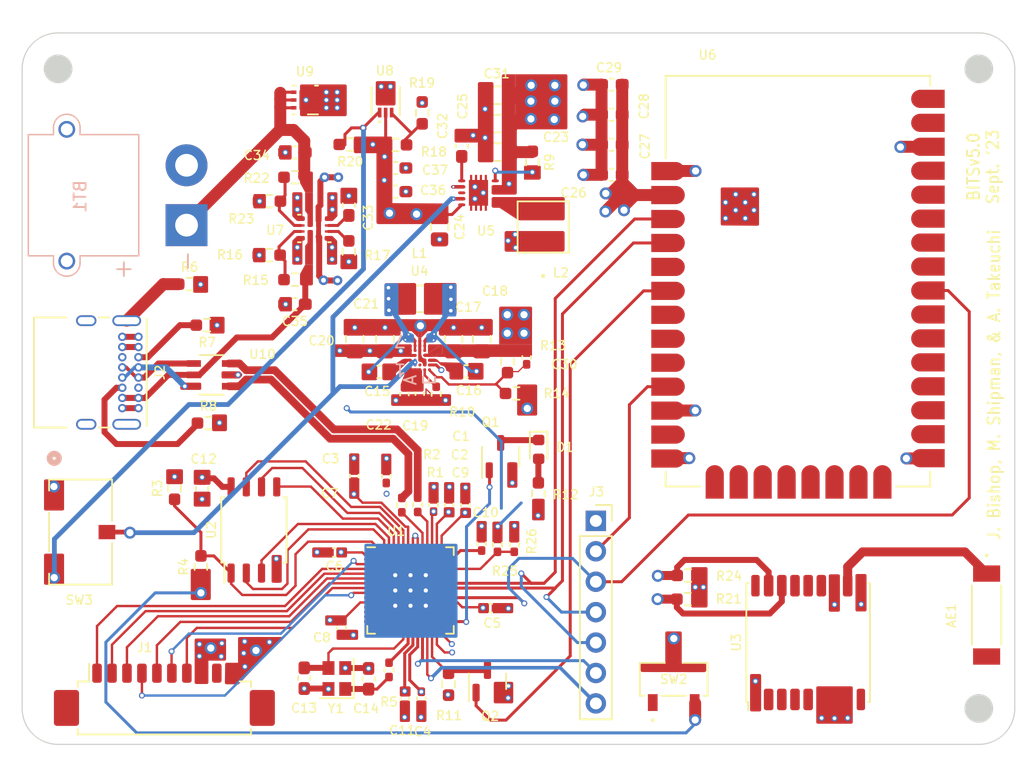
<source format=kicad_pcb>
(kicad_pcb (version 20221018) (generator pcbnew)
  (layers (0 "F.Cu" signal) (1 "In1.Cu" signal) (2 "In2.Cu" signal) (31 "B.Cu" signal) (34 "B.Paste" user) (35 "F.Paste" user) (36 "B.SilkS" user "B.Silkscreen") (37 "F.SilkS" user "F.Silkscreen") (38 "B.Mask" user) (39 "F.Mask" user) (44 "Edge.Cuts" user))
  (net 0 "")
  (net 1 "/QSPI_SS")
  (net 2 "/QSPI_SD1")
  (net 3 "/QSPI_SD2")
  (net 4 "GND")
  (net 5 "/QSPI_SD0")
  (net 6 "/QSPI_SCLK")
  (net 7 "/QSPI_SD3")
  (net 8 "+3V3")
  (net 9 "Net-(U4-SCL)")
  (net 10 "+BATT")
  (net 14 "Net-(AE1-A)")
  (net 18 "Net-(L2-Pad2)")
  (net 20 "Net-(U5-PG)")
  (net 21 "VCC")
  (net 22 "+5V")
  (net 23 "Net-(D1-A)")
  (net 24 "/XBEE_DOUT")
  (net 25 "/XBEE_DIN")
  (net 27 "Net-(U7-SS)")
  (net 30 "/XBEE_DTR")
  (net 32 "/XBEE_RTS")
  (net 37 "VBUS")
  (net 38 "/USB_D+")
  (net 39 "/USB_D-")
  (net 40 "Net-(D1-K)")
  (net 41 "/IRIDIUM_RXD")
  (net 42 "/IRIDIUM_CTS")
  (net 43 "/IRIDIUM_RTS")
  (net 44 "/IRIDIUM_NETAV")
  (net 45 "/IRIDIUM_RING")
  (net 46 "/IRIDIUM_TXD")
  (net 47 "/IRIDIUM_ON{slash}OFF")
  (net 49 "Net-(J2-CC1)")
  (net 50 "Net-(J2-D+-PadA6)")
  (net 51 "/LED")
  (net 60 "/XIN")
  (net 61 "/XOUT")
  (net 62 "+1V1")
  (net 63 "Net-(J2-D--PadA7)")
  (net 65 "/GPS_SDA")
  (net 66 "/GPS_SCL")
  (net 76 "Net-(U1-USB_DM)")
  (net 77 "Net-(U1-USB_DP)")
  (net 78 "Net-(U4-FB)")
  (net 79 "Net-(U4-BST1)")
  (net 80 "Net-(C15-Pad2)")
  (net 81 "Net-(U8-IN+)")
  (net 82 "Net-(J2-CC2)")
  (net 83 "Net-(SW3-C)")
  (net 85 "Net-(U4-SEL)")
  (net 86 "Net-(C16-Pad1)")
  (net 87 "Net-(U4-BST2)")
  (net 88 "Net-(C14-Pad2)")
  (net 89 "/VBAT")
  (net 90 "Net-(U5-SS)")
  (net 93 "Net-(J2-SHIELD)")
  (net 94 "Net-(U7-OV1)")
  (net 95 "Net-(U7-ILM)")
  (net 96 "/LVC_CUTOFF")
  (net 97 "Net-(U7-OV2)")
  (net 98 "/RP_SWCLK")
  (net 99 "/RP_SWD")
  (net 100 "/XBEE_RESET")
  (net 109 "Net-(Q2-D)")
  (net 112 "Net-(SW2-B)")
  (footprint "Capacitor_SMD:C_0402_1005Metric_Pad0.74x0.62mm_HandSolder" (layer "F.Cu") (at 171.625 111.675)
    (fp_text reference "C5")
    (fp_text value "100nF")
  )
  (footprint "Capacitor_SMD:C_0805_2012Metric_Pad1.18x1.45mm_HandSolder" (layer "F.Cu") (at 167.35 79.85 -90)
    (fp_text reference "C24")
    (fp_text value "22uF")
  )
  (footprint "RF_GPS:ublox_MAX" (layer "F.Cu") (at 198.125 114.55 90)
    (fp_text reference "U3")
    (fp_text value "MAX-M10S")
  )
  (footprint "BITSv5:SOT23-6L_STM-M" (layer "F.Cu") (at 148.3 92.2 180)
    (fp_text reference "U10")
    (fp_text value "USBLC6-2SC6")
  )
  (footprint "Resistor_SMD:R_0402_1005Metric_Pad0.72x0.64mm_HandSolder" (layer "F.Cu") (at 163.13 116.83 90)
    (fp_text reference "R5")
    (fp_text value "1K")
  )
  (footprint "Resistor_SMD:R_0603_1608Metric_Pad0.98x0.95mm_HandSolder" (layer "F.Cu") (at 168.1 118.025 90)
    (fp_text reference "R11")
    (fp_text value "10K")
  )
  (footprint "Resistor_SMD:R_0402_1005Metric_Pad0.72x0.64mm_HandSolder" (layer "F.Cu") (at 173.585 106.375 -90)
    (fp_text reference "R26")
    (fp_text value "5K")
  )
  (footprint "BITSv5:TPS2121" (layer "F.Cu") (at 156.925 79.975001 -90)
    (fp_text reference "U7")
    (fp_text value "TPS2121RUXR")
  )
  (footprint "Capacitor_SMD:C_0603_1608Metric_Pad1.08x0.95mm_HandSolder" (layer "F.Cu") (at 169.57 91.9 180)
    (fp_text reference "C16")
    (fp_text value "220nF")
  )
  (footprint "Capacitor_SMD:C_0402_1005Metric_Pad0.74x0.62mm_HandSolder" (layer "F.Cu") (at 158.5675 107.025 180)
    (fp_text reference "C6")
    (fp_text value "100nF")
  )
  (footprint "Resistor_SMD:R_0603_1608Metric_Pad0.98x0.95mm_HandSolder" (layer "F.Cu") (at 148.05 96.225)
    (fp_text reference "R8")
    (fp_text value "5.1K")
  )
  (footprint "Inductor_SMD:L_1008_2520Metric_Pad1.43x2.20mm_HandSolder" (layer "F.Cu") (at 165.72 85.85)
    (fp_text reference "L1")
    (fp_text value "1uH")
  )
  (footprint "Capacitor_SMD:C_0402_1005Metric_Pad0.74x0.62mm_HandSolder" (layer "F.Cu") (at 164.42 93.8 -90)
    (fp_text reference "C22")
    (fp_text value "2.2uF")
  )
  (footprint "BITSv5:XCVR_XBP9X-DMUS-001" (layer "F.Cu") (at 197.275 84.375)
    (fp_text reference "U6")
    (fp_text value "XBee_SMT")
  )
  (footprint "Resistor_SMD:R_0603_1608Metric_Pad0.98x0.95mm_HandSolder" (layer "F.Cu") (at 145.225 101.675 90)
    (fp_text reference "R3")
    (fp_text value "10K")
  )
  (footprint "Resistor_SMD:R_0603_1608Metric_Pad0.98x0.95mm_HandSolder" (layer "F.Cu") (at 188.075 110.925 180)
    (fp_text reference "R21")
    (fp_text value "10K")
  )
  (footprint "Resistor_SMD:R_0603_1608Metric_Pad0.98x0.95mm_HandSolder" (layer "F.Cu") (at 163.68 72.995)
    (fp_text reference "R18")
    (fp_text value "1.05M")
  )
  (footprint "Capacitor_SMD:C_0603_1608Metric_Pad1.08x0.95mm_HandSolder" (layer "F.Cu") (at 155.275 73.625 180)
    (fp_text reference "C34")
    (fp_text value "10uF")
  )
  (footprint "Resistor_SMD:R_0402_1005Metric_Pad0.72x0.64mm_HandSolder" (layer "F.Cu") (at 167.07 93.79 -90)
    (fp_text reference "R10")
    (fp_text value "48.7K")
  )
  (footprint "BITSv5:DFN-3_DC_LIT" (layer "F.Cu") (at 162.85 69.345 90)
    (fp_text reference "U8")
    (fp_text value "LT6703CDC-3")
  )
  (footprint "Resistor_SMD:R_0603_1608Metric_Pad0.98x0.95mm_HandSolder" (layer "F.Cu") (at 159.89 72.96 180)
    (fp_text reference "R20")
    (fp_text value "510K")
  )
  (footprint "Resistor_SMD:R_0603_1608Metric_Pad0.98x0.95mm_HandSolder" (layer "F.Cu") (at 147.95 88.05 180)
    (fp_text reference "R7")
    (fp_text value "5.1K")
  )
  (footprint "BITSv5:TVS1800" (layer "F.Cu") (at 156.15 69.25 180)
    (fp_text reference "U9")
    (fp_text value "TVS1800DRVR")
  )
  (footprint "Capacitor_SMD:C_0402_1005Metric_Pad0.74x0.62mm_HandSolder" (layer "F.Cu") (at 165.83 119.2225 -90)
    (fp_text reference "C4")
    (fp_text value "100nF")
  )
  (footprint "Resistor_SMD:R_0603_1608Metric_Pad0.98x0.95mm_HandSolder" (layer "F.Cu") (at 155.275 84.25 180)
    (fp_text reference "R15")
    (fp_text value "23.7K")
  )
  (footprint "Capacitor_SMD:C_0805_2012Metric_Pad1.18x1.45mm_HandSolder" (layer "F.Cu") (at 172.2 71.22 180)
    (fp_text reference "C25")
    (fp_text value "22uF")
  )
  (footprint "Capacitor_SMD:C_0603_1608Metric_Pad1.08x0.95mm_HandSolder" (layer "F.Cu") (at 162.295 91.95 180)
    (fp_text reference "C15")
    (fp_text value "220nF")
  )
  (footprint "Capacitor_SMD:C_0805_2012Metric_Pad1.18x1.45mm_HandSolder" (layer "F.Cu") (at 162.795 89.2 90)
    (fp_text reference "C21")
    (fp_text value "10uF")
  )
  (footprint "Capacitor_SMD:C_0402_1005Metric_Pad0.74x0.62mm_HandSolder" (layer "F.Cu") (at 160.225 100.65 90)
    (fp_text reference "C3")
    (fp_text value "100nF")
  )
  (footprint "BITSv5:CL-SB-12B-01_NDC" (layer "F.Cu") (at 137.3769 105.324998 -90)
    (fp_text reference "SW3")
    (fp_text value "SLIDE")
  )
  (footprint "Capacitor_SMD:C_0805_2012Metric_Pad1.18x1.45mm_HandSolder" (layer "F.Cu") (at 170.87 89.2 90)
    (fp_text reference "C18")
    (fp_text value "22uF")
  )
  (footprint "Connector_USB:USB_C_Receptacle_GCT_USB4085" (layer "F.Cu") (at 142.21 89.025 -90)
    (fp_text reference "J2")
    (fp_text value "USB_C_Receptacle_USB2.0")
  )
  (footprint "Capacitor_SMD:C_0603_1608Metric_Pad1.08x0.95mm_HandSolder" (layer "F.Cu") (at 147.525 101.7 -90)
    (fp_text reference "C12")
    (fp_text value "100nF")
  )
  (footprint "Capacitor_SMD:C_0603_1608Metric_Pad1.08x0.95mm_HandSolder" (layer "F.Cu") (at 181.7375 67.965 180)
    (fp_text reference "C29")
    (fp_text value "10uF")
  )
  (footprint "Resistor_SMD:R_0603_1608Metric_Pad0.98x0.95mm_HandSolder" (layer "F.Cu") (at 146.475 84.625)
    (fp_text reference "R6")
    (fp_text value "1M")
  )
  (footprint "Capacitor_SMD:C_0603_1608Metric_Pad1.08x0.95mm_HandSolder" (layer "F.Cu") (at 156.05 117.525 90)
    (fp_text reference "C13")
    (fp_text value "10pF")
  )
  (footprint "Resistor_SMD:R_0603_1608Metric_Pad0.98x0.95mm_HandSolder" (layer "F.Cu") (at 147.425 108.225 90)
    (fp_text reference "R4")
    (fp_text value "1K")
  )
  (footprint "Capacitor_SMD:C_0402_1005Metric_Pad0.74x0.62mm_HandSolder" (layer "F.Cu") (at 174.62 90.75 -90)
    (fp_text reference "C30")
    (fp_text value "10pF")
  )
  (footprint "Capacitor_SMD:C_0402_1005Metric_Pad0.74x0.62mm_HandSolder" (layer "F.Cu") (at 162.9 100.6575 90)
    (fp_text reference "C7")
    (fp_text value "100nF")
  )
  (footprint "Resistor_SMD:R_0402_1005Metric_Pad0.72x0.64mm_HandSolder" (layer "F.Cu") (at 165.525 103.05 -90)
    (fp_text reference "R1")
    (fp_text value "27Ω")
  )
  (footprint "Capacitor_SMD:C_0805_2012Metric_Pad1.18x1.45mm_HandSolder" (layer "F.Cu") (at 168.52 89.2 90)
    (fp_text reference "C17")
    (fp_text value "22uF")
  )
  (footprint "LED_SMD:LED_0603_1608Metric" (layer "F.Cu") (at 175.625 98.4225 -90)
    (fp_text reference "D1")
    (fp_text value "LED")
  )
  (footprint "Resistor_SMD:R_0402_1005Metric_Pad0.72x0.64mm_HandSolder" (layer "F.Cu") (at 164.2 103.075 -90)
    (fp_text reference "R2")
    (fp_text value "27Ω")
  )
  (footprint "Capacitor_SMD:C_0603_1608Metric_Pad1.08x0.95mm_HandSolder" (layer "F.Cu") (at 169.2 73.1 90)
    (fp_text reference "C32")
    (fp_text value "10nF")
  )
  (footprint "Capacitor_SMD:C_0603_1608Metric_Pad1.08x0.95mm_HandSolder" (layer "F.Cu") (at 163.675 76.9)
    (fp_text reference "C36")
    (fp_text value "1uF")
  )
  (footprint "Capacitor_SMD:C_0603_1608Metric_Pad1.08x0.95mm_HandSolder" (layer "F.Cu") (at 181.7375 70.475 180)
    (fp_text reference "C28")
    (fp_text value "100nF")
  )
  (footprint "Package_TO_SOT_SMD:SOT-23" (layer "F.Cu") (at 171.35 117.7875 90)
    (fp_text reference "Q2")
    (fp_text value "Q_PMOS_GSD")
  )
  (footprint "Package_SO:SOIC-8_5.23x5.23mm_P1.27mm" (layer "F.Cu") (at 151.85 105.15 90)
    (fp_text reference "U2")
    (fp_text value "W25Q128JVS")
  )
  (footprint "BITSv5:ANT_1575AT_JOT-M" (layer "F.Cu") (at 213.025 112.2526 -90)
    (fp_text reference "AE1")
    (fp_text value "Antenna")
  )
  (footprint "Capacitor_SMD:C_0402_1005Metric_Pad0.74x0.62mm_HandSolder" (layer "F.Cu") (at 170.865 106.3 90)
    (fp_text reference "C10")
    (fp_text value "100nF")
  )
  (footprint "Resistor_SMD:R_0603_1608Metric_Pad0.98x0.95mm_HandSolder" (layer "F.Cu") (at 165.9 70.325 90)
    (fp_text reference "R19")
    (fp_text value "154K")
  )
  (footprint "Capacitor_SMD:C_0603_1608Metric_Pad1.08x0.95mm_HandSolder" (layer "F.Cu") (at 163.675 74.925)
    (fp_text reference "C37")
    (fp_text value "1uF")
  )
  (footprint "Resistor_SMD:R_0603_1608Metric_Pad0.98x0.95mm_HandSolder" (layer "F.Cu") (at 159.775 81.925 -90)
    (fp_text reference "R17")
    (fp_text value "51.1K")
  )
  (footprint "Capacitor_SMD:C_0402_1005Metric_Pad0.74x0.62mm_HandSolder" (layer "F.Cu") (at 166.85 103.05 90)
    (fp_text reference "C1")
    (fp_text value "1uF")
  )
  (footprint "Resistor_SMD:R_0603_1608Metric_Pad0.98x0.95mm_HandSolder" (layer "F.Cu") (at 173.77 93.75)
    (fp_text reference "R14")
    (fp_text value "20K")
  )
  (footprint "Resistor_SMD:R_0603_1608Metric_Pad0.98x0.95mm_HandSolder" (layer "F.Cu") (at 153.15 77.7 180)
    (fp_text reference "R23")
    (fp_text value "5K")
  )
  (footprint "Resistor_SMD:R_0603_1608Metric_Pad0.98x0.95mm_HandSolder" (layer "F.Cu") (at 155.275 75.7 180)
    (fp_text reference "R22")
    (fp_text value "23.7K")
  )
  (footprint "Resistor_SMD:R_0603_1608Metric_Pad0.98x0.95mm_HandSolder" (layer "F.Cu") (at 188.1 108.95 180)
    (fp_text reference "R24")
    (fp_text value "10K")
  )
  (footprint "Capacitor_SMD:C_0603_1608Metric_Pad1.08x0.95mm_HandSolder" (layer "F.Cu") (at 181.7375 75.495 180)
    (fp_text reference "C26")
    (fp_text value "8.2pF")
  )
  (footprint "Package_TO_SOT_SMD:SOT-23-3" (layer "F.Cu") (at 172.45 99.0225 90)
    (fp_text reference "Q1")
    (fp_text value "Q_NMOS_GSD")
  )
  (footprint "Capacitor_SMD:C_0402_1005Metric_Pad0.74x0.62mm_HandSolder" (layer "F.Cu") (at 159.175 113.325 -90)
    (fp_text reference "C8")
    (fp_text value "100nF")
  )
  (footprint "Capacitor_SMD:C_0603_1608Metric_Pad1.08x0.95mm_HandSolder" (layer "F.Cu") (at 161.425 117.575 -90)
    (fp_text reference "C14")
    (fp_text value "10pF")
  )
  (footprint "Capacitor_SMD:C_0603_1608Metric_Pad1.08x0.95mm_HandSolder" (layer "F.Cu") (at 155.275 86.3 180)
    (fp_text reference "C35")
    (fp_text value "10uF")
  )
  (footprint "Connector_Molex:Molex_PicoBlade_53261-1071_1x10-1MP_P1.25mm_Horizontal" (layer "F.Cu") (at 144.375 119.5075)
    (fp_text reference "J1")
    (fp_text value "Conn_01x10_Pin")
  )
  (footprint "Capacitor_SMD:C_0805_2012Metric_Pad1.18x1.45mm_HandSolder" (layer "F.Cu") (at 172.2 73.6 180)
    (fp_text reference "C23")
    (fp_text value "22uF")
  )
  (footprint "BITSv5:IND_XAL4020_4X4_COC-M" (layer "F.Cu") (at 176 79.85 90)
    (fp_text reference "L2")
    (fp_text value "1uH")
  )
  (footprint "Capacitor_SMD:C_0402_1005Metric_Pad0.74x0.62mm_HandSolder" (layer "F.Cu") (at 164.455 119.23 -90)
    (fp_text reference "C11")
    (fp_text value "100nF")
  )
  (footprint "Connector_PinSocket_2.54mm:PinSocket_1x07_P2.54mm_Vertical" (layer "F.Cu") (at 180.4 104.39)
    (fp_text reference "J3")
    (fp_text value "Conn_01x07")
  )
  (footprint "Capacitor_SMD:C_0603_1608Metric_Pad1.08x0.95mm_HandSolder" (layer "F.Cu") (at 159.775 78.025 90)
    (fp_text reference "C33")
    (fp_text value "10nF")
  )
  (footprint "Resistor_SMD:R_0603_1608Metric_Pad0.98x0.95mm_HandSolder" (layer "F.Cu") (at 175.6 102.1225 90)
    (fp_text reference "R12")
    (fp_text value "470")
  )
  (footprint "Resistor_SMD:R_0603_1608Metric_Pad0.98x0.95mm_HandSolder" (layer "F.Cu") (at 173.02 91.1 -90)
    (fp_text reference "R13")
    (fp_text value "178K")
  )
  (footprint "Resistor_SMD:R_0402_1005Metric_Pad0.72x0.64mm_HandSolder" (layer "F.Cu") (at 172.185 106.375 -90)
    (fp_text reference "R25")
    (fp_text value "15K")
  )
  (footprint "Capacitor_SMD:C_0402_1005Metric_Pad0.74x0.62mm_HandSolder" (layer "F.Cu") (at 169.5 103.0825 90)
    (fp_text reference "C9")
    (fp_text value "100nF")
  )
  (footprint "Resistor_SMD:R_0603_1608Metric_Pad0.98x0.95mm_HandSolder" (layer "F.Cu") (at 175.1 74.45 -90)
    (fp_text reference "R9")
    (fp_text value "1M")
  )
  (footprint "Capacitor_SMD:C_0805_2012Metric_Pad1.18x1.45mm_HandSolder" (layer "F.Cu") (at 172.2 68.85 180)
    (fp_text reference "C31")
    (fp_text value "22uF")
  )
  (footprint "BITSv5:MAX77857-35WLP" (layer "F.Cu") (at 165.71 90.57 90)
    (fp_text reference "U4")
    (fp_text value "MAX77857")
  )
  (footprint "Capacitor_SMD:C_0805_2012Metric_Pad1.18x1.45mm_HandSolder" (layer "F.Cu") (at 160.27 89.2 90)
    (fp_text reference "C20")
    (fp_text value "10uF")
  )
  (footprint "Resistor_SMD:R_0603_1608Metric_Pad0.98x0.95mm_HandSolder" (layer "F.Cu") (at 153.125 82.2 180)
    (fp_text reference "R16")
    (fp_text value "5K")
  )
  (footprint "Crystal:Crystal_SMD_2520-4Pin_2.5x2.0mm" (layer "F.Cu") (at 158.775 117.55 90)
    (fp_text reference "Y1")
    (fp_text value "12MHz")
  )
  (footprint "BITSv5:CAS-120TB_NDC-M" (layer "F.Cu") (at 186.9 117.6173)
    (fp_text reference "SW2")
    (fp_text value "~")
  )
  (footprint "Capacitor_SMD:C_0402_1005Metric_Pad0.74x0.62mm_HandSolder" (layer "F.Cu") (at 165.7 93.77 -90)
    (fp_text reference "C19")
    (fp_text value "470nF")
  )
  (footprint "BITSv5:TPS61232" (layer "F.Cu") (at 170.600001 76.999999 180)
    (fp_text reference "U5")
    (fp_text value "TPS61232DRCR")
  )
  (footprint "BITSv5:RP2040-QFN-56" (layer "F.Cu") (at 164.925 110.2)
    (fp_text reference "U1")
    (fp_text value "MCU_RaspberryPi_RP2040_RP2040")
  )
  (footprint "Capacitor_SMD:C_0402_1005Metric_Pad0.74x0.62mm_HandSolder" (layer "F.Cu") (at 168.15 103.05 90)
    (fp_text reference "C2")
    (fp_text value "1uF")
  )
  (footprint "Capacitor_SMD:C_0603_1608Metric_Pad1.08x0.95mm_HandSolder" (layer "F.Cu") (at 181.7375 72.985 180)
    (fp_text reference "C27")
    (fp_text value "47pF")
  )
  (footprint "Connector_AMASS:AMASS_XT30PW-M_1x02_P2.50mm_Horizontal" (layer "B.Cu") (at 146.225 79.7 -90)
    (fp_text reference "BT1")
    (fp_text value "1S1P LiPo")
  )
  (gr_line (start 132.5 120.05) (end 132.5 66.65) (stroke (width 0.1)) (layer "Edge.Cuts"))
  (gr_arc (start 215.375 120.05) (mid 214.49632 122.17132) (end 212.375 123.05) (stroke (width 0.1)) (layer "Edge.Cuts"))
  (gr_circle (center 135.5 66.65) (end 136.65 66.65) (stroke (width 0.1)) (fill solid) (layer "Edge.Cuts"))
  (gr_line (start 212.375 123.05) (end 135.5 123.05) (stroke (width 0.1)) (layer "Edge.Cuts"))
  (gr_arc (start 212.375 63.65) (mid 214.49632 64.52868) (end 215.375 66.65) (stroke (width 0.1)) (layer "Edge.Cuts"))
  (gr_circle (center 212.375 66.65) (end 213.525 66.65) (stroke (width 0.1)) (fill solid) (layer "Edge.Cuts"))
  (gr_line (start 135.5 63.65) (end 212.375 63.65) (stroke (width 0.1)) (layer "Edge.Cuts"))
  (gr_arc (start 132.5 66.65) (mid 133.37868 64.52868) (end 135.5 63.65) (stroke (width 0.1)) (layer "Edge.Cuts"))
  (gr_line (start 215.375 66.65) (end 215.375 120.05) (stroke (width 0.1)) (layer "Edge.Cuts"))
  (gr_arc (start 135.5 123.05) (mid 133.37868 122.17132) (end 132.5 120.05) (stroke (width 0.1)) (layer "Edge.Cuts"))
  (gr_circle (center 212.375 120.05) (end 213.525 120.05) (stroke (width 0.1)) (fill solid) (layer "Edge.Cuts"))
  (gr_text "BITSv5.0\nSept. '23" (at 211.35 74.825 90) (layer "F.SilkS") (effects (font (size 1 0.9) (thickness 0.15) bold) (justify top)))
  (gr_text "J. Bishop, M. Shipman, & A. Takeuchi" (at 214.225 106.1 90) (layer "F.SilkS") (effects (font (size 1 0.9) (thickness 0.15) bold) (justify left bottom)))
  (segment (start 148.5075 107.3125) (end 147.425 107.3125) (width 0.25) (layer "F.Cu") (net 1))
  (segment (start 149.945 108.75) (end 148.5075 107.3125) (width 0.25) (layer "F.Cu") (net 1))
  (segment (start 149.945 109.645) (end 149.945 108.75) (width 0.2) (layer "F.Cu") (net 1))
  (segment (start 154.55 110.575) (end 150.875 110.575) (width 0.2) (layer "F.Cu") (net 1))
  (segment (start 147.425 105.35) (end 147.425 107.3125) (width 0.25) (layer "F.Cu") (net 1))
  (segment (start 162.325 106.7625) (end 161.6875 106.125) (width 0.2) (layer "F.Cu") (net 1))
  (segment (start 156.375 106.125) (end 155.325 107.175) (width 0.2) (layer "F.Cu") (net 1))
  (segment (start 161.6875 106.125) (end 156.375 106.125) (width 0.2) (layer "F.Cu") (net 1))
  (segment (start 155.325 109.8) (end 154.55 110.575) (width 0.2) (layer "F.Cu") (net 1))
  (segment (start 155.325 107.175) (end 155.325 109.8) (width 0.2) (layer "F.Cu") (net 1))
  (segment (start 145.225 103.15) (end 147.425 105.35) (width 0.25) (layer "F.Cu") (net 1))
  (segment (start 145.225 102.5875) (end 145.225 103.15) (width 0.25) (layer "F.Cu") (net 1))
  (segment (start 150.875 110.575) (end 149.945 109.645) (width 0.2) (layer "F.Cu") (net 1))
  (segment (start 162.725 106) (end 162.725 106.7625) (width 0.2) (layer "F.Cu") (net 2))
  (segment (start 156.4 105.1) (end 161.825 105.1) (width 0.2) (layer "F.Cu") (net 2))
  (segment (start 151.215 109.515) (end 151.775 110.075) (width 0.2) (layer "F.Cu") (net 2))
  (segment (start 154.2 110.075) (end 154.65 109.625) (width 0.2) (layer "F.Cu") (net 2))
  (segment (start 161.825 105.1) (end 162.725 106) (width 0.2) (layer "F.Cu") (net 2))
  (segment (start 154.65 106.85) (end 156.4 105.1) (width 0.2) (layer "F.Cu") (net 2))
  (segment (start 154.65 109.625) (end 154.65 106.85) (width 0.2) (layer "F.Cu") (net 2))
  (segment (start 151.215 108.75) (end 151.215 109.515) (width 0.2) (layer "F.Cu") (net 2))
  (segment (start 151.775 110.075) (end 154.2 110.075) (width 0.2) (layer "F.Cu") (net 2))
  (segment (start 155.525 104.65) (end 152.485 107.69) (width 0.2) (layer "F.Cu") (net 3))
  (segment (start 163.125 105.775) (end 162 104.65) (width 0.2) (layer "F.Cu") (net 3))
  (segment (start 162 104.65) (end 155.525 104.65) (width 0.2) (layer "F.Cu") (net 3))
  (segment (start 163.125 106.7625) (end 163.125 105.775) (width 0.2) (layer "F.Cu") (net 3))
  (segment (start 152.485 107.69) (end 152.485 108.75) (width 0.2) (layer "F.Cu") (net 3))
  (segment (start 158.0375 118.3875) (end 158.075 118.425) (width 0.25) (layer "F.Cu") (net 4))
  (segment (start 164.42 94.28) (end 164.42 94.28) (width 0.1) (layer "F.Cu") (net 4))
  (segment (start 179.285 72.985) (end 179.275 72.975) (width 1) (layer "F.Cu") (net 4))
  (segment (start 163.925 112.475) (end 164.925 111.475) (width 0.2) (layer "F.Cu") (net 4))
  (segment (start 180.875 70.475) (end 180.875 67.965) (width 1) (layer "F.Cu") (net 4))
  (segment (start 180.875 75.495) (end 179.355 75.495) (width 1) (layer "F.Cu") (net 4))
  (segment (start 180.875 72.985) (end 179.285 72.985) (width 1) (layer "F.Cu") (net 4))
  (segment (start 167.5 91.8) (end 167.07 91.37) (width 0.25) (layer "F.Cu") (net 4))
  (segment (start 186.055 75.175) (end 186.045 75.185) (width 1) (layer "F.Cu") (net 4))
  (segment (start 205.845 73.155) (end 208.505 73.155) (width 1) (layer "F.Cu") (net 4))
  (segment (start 179.355 75.495) (end 179.35 75.5) (width 1) (layer "F.Cu") (net 4))
  (segment (start 164.42 94.3675) (end 164.45 94.3375) (width 0.1) (layer "F.Cu") (net 4))
  (segment (start 180.875 72.985) (end 180.875 70.475) (width 1) (layer "F.Cu") (net 4))
  (segment (start 167.07 94.22) (end 166.22 93.37) (width 0.1) (layer "F.Cu") (net 4))
  (segment (start 205.825 73.175) (end 205.845 73.155) (width 1) (layer "F.Cu") (net 4))
  (segment (start 208.485 99.175) (end 208.505 99.155) (width 1) (layer "F.Cu") (net 4))
  (segment (start 140.86 89.025) (end 142.21 89.025) (width 0.5) (layer "F.Cu") (net 4))
  (segment (start 206.325 99.175) (end 208.485 99.175) (width 1) (layer "F.Cu") (net 4))
  (segment (start 179.45 70.475) (end 179.3 70.625) (width 1) (layer "F.Cu") (net 4))
  (segment (start 167.07 91.37) (end 166.51 91.37) (width 0.25) (layer "F.Cu") (net 4))
  (segment (start 140.86 94.975) (end 142.21 94.975) (width 0.5) (layer "F.Cu") (net 4))
  (segment (start 165.7 94.3375) (end 166.22 93.8175) (width 0.1) (layer "F.Cu") (net 4))
  (segment (start 186.08 99.15) (end 186.045 99.185) (width 1) (layer "F.Cu") (net 4))
  (segment (start 179.385 67.965) (end 179.35 68) (width 1) (layer "F.Cu") (net 4))
  (segment (start 159.475 116.675) (end 161.3875 116.675) (width 0.5) (layer "F.Cu") (net 4))
  (segment (start 163.925 113.6375) (end 163.925 112.475) (width 0.2) (layer "F.Cu") (net 4))
  (segment (start 180.875 75.495) (end 180.875 72.985) (width 1) (layer "F.Cu") (net 4))
  (segment (start 188.725 75.175) (end 186.055 75.175) (width 1) (layer "F.Cu") (net 4))
  (segment (start 180.875 67.965) (end 179.385 67.965) (width 1) (layer "F.Cu") (net 4))
  (segment (start 186.055 95.175) (end 186.045 95.185) (width 1) (layer "F.Cu") (net 4))
  (segment (start 188.2 99.15) (end 186.08 99.15) (width 1) (layer "F.Cu") (net 4))
  (segment (start 156.05 118.3875) (end 158.0375 118.3875) (width 0.5) (layer "F.Cu") (net 4))
  (segment (start 188.7 95.175) (end 186.055 95.175) (width 1) (layer "F.Cu") (net 4))
  (segment (start 166.22 93.8175) (end 166.22 93.37) (width 0.1) (layer "F.Cu") (net 4))
  (segment (start 180.875 70.475) (end 179.45 70.475) (width 1) (layer "F.Cu") (net 4))
  (via (at 200.325 111.375) (size 0.5) (drill 0.3) (layers "F.Cu" "B.Cu") (net 4))
  (via (at 158.375 82.55) (size 0.5) (drill 0.3) (layers "F.Cu" "B.Cu") (net 4))
  (via (at 191.225 79.125) (size 0.5) (drill 0.3) (layers "F.Cu" "B.Cu") (net 4))
  (via (at 165.805 120.78) (size 0.5) (drill 0.3) (layers "F.Cu" "B.Cu") (net 4))
  (via (at 147.4 84.65) (size 0.5) (drill 0.3) (layers "F.Cu" "B.Cu") (net 4))
  (via (at 179.35 68) (size 1) (drill 0.6) (layers "F.Cu" "B.Cu") (net 4))
  (via (at 192.075 77.125) (size 0.5) (drill 0.3) (layers "F.Cu" "B.Cu") (net 4))
  (via (at 152.325 77.7) (size 0.5) (drill 0.3) (layers "F.Cu" "B.Cu") (net 4))
  (via (at 156.05 118.3875) (size 0.5) (drill 0.3) (layers "F.Cu" "B.Cu") (net 4))
  (via (at 167.5 91.8) (size 0.5) (drill 0.3) (layers "F.Cu" "B.Cu") (net 4))
  (via (at 158.4 78.4) (size 0.5) (drill 0.3) (layers "F.Cu" "B.Cu") (net 4))
  (via (at 157.1175 107) (size 0.5) (drill 0.3) (layers "F.Cu" "B.Cu") (net 4))
  (via (at 193.6 78.45) (size 0.5) (drill 0.3) (layers "F.Cu" "B.Cu") (net 4))
  (via (at 167.35 80.8875) (size 0.5) (drill 0.3) (layers "F.Cu" "B.Cu") (net 4))
  (via (at 160.2 99.15) (size 0.5) (drill 0.3) (layers "F.Cu" "B.Cu") (net 4))
  (via (at 188.7 95.175) (size 1) (drill 0.6) (layers "F.Cu" "B.Cu") (net 4))
  (via (at 173.075 119.175) (size 0.5) (drill 0.3) (layers "F.Cu" "B.Cu") (net 4))
  (via (at 160.15 113.925) (size 0.5) (drill 0.3) (layers "F.Cu" "B.Cu") (net 4))
  (via (at 173.61 104.8) (size 0.5) (drill 0.3) (layers "F.Cu" "B.Cu") (net 4))
  (via (at 154.475 73.625) (size 0.5) (drill 0.3) (layers "F.Cu" "B.Cu") (net 4))
  (via (at 192.075 78.45) (size 0.5) (drill 0.3) (layers "F.Cu" "B.Cu") (net 4))
  (via (at 159.475 116.675) (size 0.5) (drill 0.3) (layers "F.Cu" "B.Cu") (net 4))
  (via (at 162.795 88.25) (size 0.5) (drill 0.3) (layers "F.Cu" "B.Cu") (net 4))
  (via (at 157.9 68.6) (size 0.5) (drill 0.3) (layers "F.Cu" "B.Cu") (net 4))
  (via (at 153.725 107.55) (size 0.5) (drill 0.3) (layers "F.Cu" "B.Cu") (net 4))
  (via (at 153.15 114.51) (size 0.5) (drill 0.3) (layers "F.Cu" "B.Cu") (net 4))
  (via (at 170.299998 77.499999) (size 0.5) (drill 0.3) (layers "F.Cu" "B.Cu") (net 4))
  (via (at 158.8 68.6) (size 0.5) (drill 0.3) (layers "F.Cu" "B.Cu") (net 4))
  (via (at 188.725 75.175) (size 1) (drill 0.6) (layers "F.Cu" "B.Cu") (net 4))
  (via (at 157.9 69.9) (size 0.5) (drill 0.3) (layers "F.Cu" "B.Cu") (net 4))
  (via (at 173.425 101.2225) (size 0.5) (drill 0.3) (layers "F.Cu" "B.Cu") (net 4))
  (via (at 173.1 118.175) (size 0.5) (drill 0.3) (layers "F.Cu" "B.Cu") (net 4))
  (via (at 165.75 88.1) (size 1) (drill 0.6) (layers "F.Cu" "B.Cu") (net 4))
  (via (at 158.075 118.425) (size 0.5) (drill 0.3) (layers "F.Cu" "B.Cu") (net 4))
  (via (at 179.3 70.625) (size 1) (drill 0.6) (layers "F.Cu" "B.Cu") (net 4))
  (via (at 188.2 99.15) (size 1) (drill 0.6) (layers "F.Cu" "B.Cu") (net 4))
  (via (at 163.7 94.33) (size 0.5) (drill 0.3) (layers "F.Cu" "B.Cu") (net 4))
  (via (at 193.725 117.775) (size 0.5) (drill 0.3) (layers "F.Cu" "B.Cu") (net 4))
  (via (at 202.55 111.35) (size 0.5) (drill 0.3) (layers "F.Cu" "B.Cu") (net 4))
  (via (at 192.875 77.8) (size 0.5) (drill 0.3) (layers "F.Cu" "B.Cu") (net 4))
  (via (at 162.475 68.125) (size 0.5) (drill 0.3) (layers "F.Cu" "B.Cu") (net 4))
  (via (at 165.9 69.5) (size 0.5) (drill 0.3) (layers "F.Cu" "B.Cu") (net 4))
  (via (at 158.375 81.55) (size 0.5) (drill 0.3) (layers "F.Cu" "B.Cu") (net 4))
  (via (at 152.025 115.21) (size 1) (drill 0.6) (layers "F.Cu" "B.Cu") (net 4))
  (via (at 164.5375 76.9) (size 0.5) (drill 0.3) (layers "F.Cu" "B.Cu") (net 4))
  (via (at 158.8 69.25) (size 0.5) (drill 0.3) (layers "F.Cu" "B.Cu") (net 4))
  (via (at 150.525 92.2) (size 0.5) (drill 0.3) (layers "F.Cu" "B.Cu") (net 4))
  (via (at 152.3 82.2) (size 0.5) (drill 0.3) (layers "F.Cu" "B.Cu") (net 4))
  (via (at 148.775 88.05) (size 0.5) (drill 0.3) (layers "F.Cu" "B.Cu") (net 4))
  (via (at 151 115.435) (size 0.5) (drill 0.3) (layers "F.Cu" "B.Cu") (net 4))
  (via (at 179.275 72.975) (size 1) (drill 0.6) (layers "F.Cu" "B.Cu") (net 4))
  (via (at 170.999998 76.999999) (size 0.5) (drill 0.3) (layers "F.Cu" "B.Cu") (net 4))
  (via (at 135.15 101.525) (size 1) (drill 0.6) (layers "F.Cu" "B.Cu") (net 4))
  (via (at 170.15 72.2) (size 0.5) (drill 0.3) (layers "F.Cu" "B.Cu") (net 4))
  (via (at 206.325 99.175) (size 1) (drill 0.6) (layers "F.Cu" "B.Cu") (net 4))
  (via (at 170.87 88.25) (size 0.5) (drill 0.3) (layers "F.Cu" "B.Cu") (net 4))
  (via (at 157.9 69.25) (size 0.5) (drill 0.3) (layers "F.Cu" "B.Cu") (net 4))
  (via (at 193.6 77.125) (size 0.5) (drill 0.3) (layers "F.Cu" "B.Cu") (net 4))
  (via (at 164.43 120.78) (size 0.5) (drill 0.3) (layers "F.Cu" "B.Cu") (net 4))
  (via (at 159.775 82.75) (size 0.5) (drill 0.3) (layers "F.Cu" "B.Cu") (net 4))
  (via (at 171.15 70) (size 0.5) (drill 0.3) (layers "F.Cu" "B.Cu") (net 4))
  (via (at 155.475 81.55) (size 0.5) (drill 0.3) (layers "F.Cu" "B.Cu") (net 4))
  (via (at 162.925 99.175) (size 0.5) (drill 0.3) (layers "F.Cu" "B.Cu") (net 4))
  (via (at 167.85 94.32) (size 0.5) (drill 0.3) (layers "F.Cu" "B.Cu") (net 4))
  (via (at 158.8 69.9) (size 0.5) (drill 0.3) (layers "F.Cu" "B.Cu") (net 4))
  (via (at 155.475 82.55) (size 0.5) (drill 0.3) (layers "F.Cu" "B.Cu") (net 4))
  (via (at 151.1 116.56) (size 0.5) (drill 0.3) (layers "F.Cu" "B.Cu") (net 4))
  (via (at 166.875 101.55) (size 0.5) (drill 0.3) (layers "F.Cu" "B.Cu") (net 4))
  (via (at 163.25 68.125) (size 0.5) (drill 0.3) (layers "F.Cu" "B.Cu") (net 4))
  (via (at 168.52 88.25) (size 0.5) (drill 0.3) (layers "F.Cu" "B.Cu") (net 4))
  (via (at 151.075 114.46) (size 0.5) (drill 0.3) (layers "F.Cu" "B.Cu") (net 4))
  (via (at 205.825 73.175) (size 1) (drill 0.6) (layers "F.Cu" "B.Cu") (net 4))
  (via (at 191.225 77.8) (size 0.5) (drill 0.3) (layers "F.Cu" "B.Cu") (net 4))
  (via (at 168.175 101.55) (size 0.5) (drill 0.3) (layers "F.Cu" "B.Cu") (net 4))
  (via (at 147.525 102.575) (size 0.5) (drill 0.3) (layers "F.Cu" "B.Cu") (net 4))
  (via (at 170.299998 76.499999) (size 0.5) (drill 0.3) (layers "F.Cu" "B.Cu") (net 4))
  (via (at 174.675 95) (size 1) (drill 0.6) (layers "F.Cu" "B.Cu") (net 4))
  (via (at 161.425 116.7125) (size 0.5) (drill 0.3) (layers "F.Cu" "B.Cu") (net 4))
  (via (at 192.875 79.125) (size 0.5) (drill 0.3) (layers "F.Cu" "B.Cu") (net 4))
  (via (at 156.2 69.25) (size 0.5) (drill 0.3) (layers "F.Cu" "B.Cu") (net 4))
  (via (at 186.910002 114.2096) (size 1) (drill 0.6) (layers "F.Cu" "B.Cu") (net 4))
  (via (at 173.1 111.7) (size 0.5) (drill 0.3) (layers "F.Cu" "B.Cu") (net 4))
  (via (at 164.5375 74.925) (size 0.5) (drill 0.3) (layers "F.Cu" "B.Cu") (net 4))
  (via (at 158.4 77.4) (size 0.5) (drill 0.3) (layers "F.Cu" "B.Cu") (net 4))
  (via (at 154.5 86.3) (size 0.5) (drill 0.3) (layers "F.Cu" "B.Cu") (net 4))
  (via (at 160.27 88.25) (size 0.5) (drill 0.3) (layers "F.Cu" "B.Cu") (net 4))
  (via (at 171.15 72.4) (size 0.5) (drill 0.3) (layers "F.Cu" "B.Cu") (net 4))
  (via (at 169.525 101.6) (size 0.5) (drill 0.3) (layers "F.Cu" "B.Cu") (net 4))
  (via (at 155.475 77.4) (size 0.5) (drill 0.3) (layers "F.Cu" "B.Cu") (net 4))
  (via (at 155.475 78.4) (size 0.5) (drill 0.3) (layers "F.Cu" "B.Cu") (net 4))
  (via (at 148.975 96.2) (size 0.5) (drill 0.3) (layers "F.Cu" "B.Cu") (net 4))
  (via (at 170.865 104.825) (size 0.5) (drill 0.3) (layers "F.Cu" "B.Cu") (net 4))
  (via (at 159.775 77.25) (size 0.5) (drill 0.3) (layers "F.Cu" "B.Cu") (net 4))
  (via (at 179.35 75.5) (size 1) (drill 0.6) (layers "F.Cu" "B.Cu") (net 4))
  (segment (start 156.6 101.525) (end 153.78 101.525) (width 0.2) (layer "F.Cu") (net 5))
  (segment (start 163.525 106.7625) (end 163.525 105.5) (width 0.2) (layer "F.Cu") (net 5))
  (segment (start 163.525 105.5) (end 162.225 104.2) (width 0.2) (layer "F.Cu") (net 5))
  (segment (start 153.78 101.525) (end 153.755 101.55) (width 0.2) (layer "F.Cu") (net 5))
  (segment (start 159.275 104.2) (end 156.6 101.525) (width 0.2) (layer "F.Cu") (net 5))
  (segment (start 162.225 104.2) (end 159.275 104.2) (width 0.2) (layer "F.Cu") (net 5))
  (segment (start 155.9 99.975) (end 159.65 103.725) (width 0.2) (layer "F.Cu") (net 6))
  (segment (start 159.65 103.725) (end 162.325 103.725) (width 0.2) (layer "F.Cu") (net 6))
  (segment (start 163.925 105.325) (end 163.925 106.7625) (width 0.2) (layer "F.Cu") (net 6))
  (segment (start 152.485 101.55) (end 152.485 100.865) (width 0.2) (layer "F.Cu") (net 6))
  (segment (start 162.325 103.725) (end 163.925 105.325) (width 0.2) (layer "F.Cu") (net 6))
  (segment (start 152.485 100.865) (end 153.375 99.975) (width 0.2) (layer "F.Cu") (net 6))
  (segment (start 153.375 99.975) (end 155.9 99.975) (width 0.2) (layer "F.Cu") (net 6))
  (segment (start 151.215 101.55) (end 151.215 100.385) (width 0.2) (layer "F.Cu") (net 7))
  (segment (start 164.325 105.175) (end 164.325 106.7625) (width 0.2) (layer "F.Cu") (net 7))
  (segment (start 159.975 103.225) (end 162.375 103.225) (width 0.2) (layer "F.Cu") (net 7))
  (segment (start 151.215 100.385) (end 152.175 99.425) (width 0.2) (layer "F.Cu") (net 7))
  (segment (start 162.375 103.225) (end 164.325 105.175) (width 0.2) (layer "F.Cu") (net 7))
  (segment (start 152.175 99.425) (end 156.175 99.425) (width 0.2) (layer "F.Cu") (net 7))
  (segment (start 156.175 99.425) (end 159.975 103.225) (width 0.2) (layer "F.Cu") (net 7))
  (segment (start 159.175 112.7575) (end 160.7325 111.2) (width 0.2) (layer "F.Cu") (net 8))
  (segment (start 160.7325 111.2) (end 161.4875 111.2) (width 0.2) (layer "F.Cu") (net 8))
  (segment (start 169.095 106.8675) (end 168.3625 107.6) (width 0.25) (layer "F.Cu") (net 8))
  (segment (start 170.9825 111.6) (end 171.0575 111.675) (width 0.2) (layer "F.Cu") (net 8))
  (segment (start 182.6 72.985) (end 182.6 70.475) (width 1) (layer "F.Cu") (net 8))
  (segment (start 160.9125 107.025) (end 161.4875 107.6) (width 0.2) (layer "F.Cu") (net 8))
  (segment (start 164.44 118.6475) (end 164.44 115.455658) (width 0.25) (layer "F.Cu") (net 8))
  (segment (start 167.525 106.7625) (end 167.525 105.625) (width 0.2) (layer "F.Cu") (net 8))
  (segment (start 182.6 75.495) (end 182.6 72.985) (width 1) (layer "F.Cu") (net 8))
  (segment (start 186.045 77.185) (end 183.66 77.185) (width 1) (layer "F.Cu") (net 8))
  (segment (start 164.44 115.455658) (end 165.125 114.770658) (width 0.25) (layer "F.Cu") (net 8))
  (segment (start 149.945 101.55) (end 149.225 101.55) (width 0.5) (layer "F.Cu") (net 8))
  (segment (start 167.125 104.6425) (end 168.15 103.6175) (width 0.2) (layer "F.Cu") (net 8))
  (segment (start 165.525 105.825) (end 165.325 105.625) (width 0.2) (layer "F.Cu") (net 8))
  (segment (start 182.6 76.125) (end 182.6 75.495) (width 1) (layer "F.Cu") (net 8))
  (segment (start 181.2 78.55) (end 183.0875 76.6625) (width 1) (layer "F.Cu") (net 8))
  (segment (start 183.66 77.185) (end 183.0875 76.6125) (width 1) (layer "F.Cu") (net 8))
  (segment (start 168.85 111.2) (end 169.25 111.6) (width 0.2) (layer "F.Cu") (net 8))
  (segment (start 165.125 106.7625) (end 165.125 105.825) (width 0.2) (layer "F.Cu") (net 8))
  (segment (start 169.25 111.6) (end 170.9825 111.6) (width 0.2) (layer "F.Cu") (net 8))
  (segment (start 181.675 77.05) (end 182.6 76.125) (width 1) (layer "F.Cu") (net 8))
  (segment (start 165.525 106.7625) (end 165.525 105.825) (width 0.2) (layer "F.Cu") (net 8))
  (segment (start 183.0875 76.6625) (end 183.0875 76.6125) (width 1) (layer "F.Cu") (net 8))
  (segment (start 182.75 78.45) (end 182.75 78.095) (width 1) (layer "F.Cu") (net 8))
  (segment (start 159.135 107.025) (end 160.9125 107.025) (width 0.2) (layer "F.Cu") (net 8))
  (segment (start 167.125 106.7625) (end 167.125 104.6425) (width 0.2) (layer "F.Cu") (net 8))
  (segment (start 181.225 77.05) (end 181.675 77.05) (width 1) (layer "F.Cu") (net 8))
  (segment (start 182.6 70.475) (end 182.6 67.965) (width 1) (layer "F.Cu") (net 8))
  (segment (start 165.125 114.770658) (end 165.125 113.6375) (width 0.25) (layer "F.Cu") (net 8))
  (segment (start 167.525 105.625) (end 169.5 103.65) (width 0.2) (layer "F.Cu") (net 8))
  (segment (start 165.125 105.825) (end 165.325 105.625) (width 0.2) (layer "F.Cu") (net 8))
  (segment (start 183.0875 76.6125) (end 182.6 76.125) (width 1) (layer "F.Cu") (net 8))
  (segment (start 149.225 101.55) (end 148.5125 100.8375) (width 0.5) (layer "F.Cu") (net 8))
  (segment (start 148.5125 100.8375) (end 147.525 100.8375) (width 0.5) (layer "F.Cu") (net 8))
  (segment (start 164.455 118.6625) (end 164.44 118.6475) (width 0.25) (layer "F.Cu") (net 8))
  (segment (start 170.865 106.8675) (end 169.095 106.8675) (width 0.25) (layer "F.Cu") (net 8))
  (segment (start 168.3625 111.2) (end 168.85 111.2) (width 0.2) (layer "F.Cu") (net 8))
  (segment (start 182.75 78.095) (end 183.66 77.185) (width 1) (layer "F.Cu") (net 8))
  (via (at 147.525 100.75) (size 0.5) (drill 0.3) (layers "F.Cu" "B.Cu") (net 8))
  (via (at 200.325 120.875) (size 0.5) (drill 0.3) (layers "F.Cu" "B.Cu") (net 8))
  (via (at 181.2 78.55) (size 1) (drill 0.6) (layers "F.Cu" "B.Cu") (net 8))
  (via (at 168.05 118.9) (size 0.5) (drill 0.3) (layers "F.Cu" "B.Cu") (net 8))
  (via (at 164.43 118.605) (size 0.5) (drill 0.3) (layers "F.Cu" "B.Cu") (net 8))
  (via (at 158.2 112.675) (size 0.5) (drill 0.3) (layers "F.Cu" "B.Cu") (net 8))
  (via (at 175.575 103.9475) (size 0.5) (drill 0.3) (layers "F.Cu" "B.Cu") (net 8))
  (via (at 182.75 78.45) (size 1) (drill 0.6) (layers "F.Cu" "B.Cu") (net 8))
  (via (at 165.325 105.625) (size 0.5) (drill 0.3) (layers "F.Cu" "B.Cu") (net 8))
  (via (at 189.375 109.925) (size 0.5) (drill 0.3) (layers "F.Cu" "B.Cu") (net 8))
  (via (at 199.25 120.85) (size 0.5) (drill 0.3) (layers "F.Cu" "B.Cu") (net 8))
  (via (at 201.425 120.85) (size 0.5) (drill 0.3) (layers "F.Cu" "B.Cu") (net 8))
  (via (at 162.925 102.125) (size 0.5) (drill 0.3) (layers "F.Cu" "B.Cu") (net 8))
  (via (at 174.4 87.175) (size 1) (drill 0.6) (layers "F.Cu" "B.Cu") (net 8))
  (via (at 173 88.725) (size 1) (drill 0.6) (layers "F.Cu" "B.Cu") (net 8))
  (via (at 169.475 103.7) (size 0.5) (drill 0.3) (layers "F.Cu" "B.Cu") (net 8))
  (via (at 145.225 100.7) (size 0.5) (drill 0.3) (layers "F.Cu" "B.Cu") (net 8))
  (via (at 173 87.175) (size 1) (drill 0.6) (layers "F.Cu" "B.Cu") (net 8))
  (via (at 168.1 103.65) (size 0.5) (drill 0.3) (layers "F.Cu" "B.Cu") (net 8))
  (via (at 159.125 107) (size 0.5) (drill 0.3) (layers "F.Cu" "B.Cu") (net 8))
  (via (at 188.7 109.925) (size 0.5) (drill 0.3) (layers "F.Cu" "B.Cu") (net 8))
  (via (at 181.225 77.05) (size 1) (drill 0.6) (layers "F.Cu" "B.Cu") (net 8))
  (via (at 174.4 88.725) (size 1) (drill 0.6) (layers "F.Cu" "B.Cu") (net 8))
  (via (at 170.975 111.65) (size 0.5) (drill 0.3) (layers "F.Cu" "B.Cu") (net 8))
  (segment (start 154.025 71.75) (end 146.225 79.55) (width 1) (layer "F.Cu") (net 10))
  (segment (start 154.100001 69.900001) (end 154.05 69.85) (width 0.25) (layer "F.Cu") (net 10))
  (segment (start 154.05 69.15) (end 154.05 68.65) (width 1) (layer "F.Cu") (net 10))
  (segment (start 155.175001 68.600001) (end 154.099999 68.600001) (width 0.25) (layer "F.Cu") (net 10))
  (segment (start 154.75 71.75) (end 155.15 71.75) (width 1) (layer "F.Cu") (net 10))
  (segment (start 154.05 71.75) (end 154.75 71.75) (width 1) (layer "F.Cu") (net 10))
  (segment (start 154.05 71.75) (end 154.025 71.75) (width 1) (layer "F.Cu") (net 10))
  (segment (start 154.05 69.85) (end 154.05 69.15) (width 1) (layer "F.Cu") (net 10))
  (segment (start 156.05 73.625) (end 156.05 75.65) (width 1) (layer "F.Cu") (net 10))
  (segment (start 156.05 72.65) (end 156.05 73.625) (width 1) (layer "F.Cu") (net 10))
  (segment (start 154.05 71.75) (end 154.05 69.85) (width 1) (layer "F.Cu") (net 10))
  (segment (start 146.225 79.55) (end 146.225 79.7) (width 1) (layer "F.Cu") (net 10))
  (segment (start 154.15 69.25) (end 154.05 69.15) (width 0.25) (layer "F.Cu") (net 10))
  (segment (start 155.15 71.75) (end 156.05 72.65) (width 1) (layer "F.Cu") (net 10))
  (segment (start 154.099999 68.600001) (end 154.05 68.65) (width 0.25) (layer "F.Cu") (net 10))
  (segment (start 155.175001 69.25) (end 154.15 69.25) (width 0.25) (layer "F.Cu") (net 10))
  (segment (start 155.175001 69.900001) (end 154.100001 69.900001) (width 0.25) (layer "F.Cu") (net 10))
  (segment (start 156.05 75.65) (end 156.1 75.7) (width 1) (layer "F.Cu") (net 10))
  (via (at 159.6 94.98) (size 0.5) (drill 0.3) (layers "F.Cu" "B.Cu") (net 10))
  (via (at 172.21 104.85) (size 0.5) (drill 0.3) (layers "F.Cu" "B.Cu") (net 10))
  (segment (start 172.51 103.34) (end 172.51 97.77) (width 0.25) (layer "B.Cu") (net 10))
  (segment (start 172.21 104.85) (end 174.17 102.89) (width 0.25) (layer "B.Cu") (net 10))
  (segment (start 159.92 95.3) (end 159.6 94.98) (width 0.25) (layer "B.Cu") (net 10))
  (segment (start 170.04 95.3) (end 159.92 95.3) (width 0.25) (layer "B.Cu") (net 10))
  (segment (start 172.51 97.77) (end 170.04 95.3) (width 0.25) (layer "B.Cu") (net 10))
  (segment (start 211.215101 106.98) (end 213.025 108.789899) (width 0.75) (layer "F.Cu") (net 14))
  (segment (start 201.425 108.225) (end 202.67 106.98) (width 0.75) (layer "F.Cu") (net 14))
  (segment (start 201.425 109.8) (end 201.425 108.225) (width 0.75) (layer "F.Cu") (net 14))
  (segment (start 202.67 106.98) (end 211.215101 106.98) (width 0.75) (layer "F.Cu") (net 14))
  (segment (start 172 75.15) (end 172.000001 75.150001) (width 0.25) (layer "F.Cu") (net 20))
  (segment (start 172.000001 75.150001) (end 172.000001 76.000001) (width 0.25) (layer "F.Cu") (net 20))
  (via (at 172 75.15) (size 0.5) (drill 0.3) (layers "F.Cu" "B.Cu") (net 20))
  (via (at 175.1 75.275) (size 0.5) (drill 0.3) (layers "F.Cu" "B.Cu") (net 20))
  (segment (start 172.125 75.275) (end 172 75.15) (width 0.25) (layer "B.Cu") (net 20))
  (segment (start 175.1 75.275) (end 172.125 75.275) (width 0.25) (layer "B.Cu") (net 20))
  (segment (start 169.200001 78) (end 168.387501 78.8125) (width 0.25) (layer "F.Cu") (net 21))
  (segment (start 157.4 76.05) (end 157.75 75.7) (width 0.5) (layer "F.Cu") (net 21))
  (segment (start 157.249998 79.300001) (end 157.249998 78.180002) (width 0.5) (layer "F.Cu") (net 21))
  (segment (start 157.249998 78.180002) (end 157.4 78.03) (width 0.5) (layer "F.Cu") (net 21))
  (segment (start 157.4 78.03) (end 157.4 76.05) (width 0.5) (layer "F.Cu") (net 21))
  (segment (start 158.83 84.32) (end 157.68 84.32) (width 0.5) (layer "F.Cu") (net 21))
  (segment (start 162.85 72.99) (end 162.85 70.297401) (width 0.25) (layer "F.Cu") (net 21))
  (segment (start 162.825 73.025) (end 162.855 72.995) (width 0.25) (layer "F.Cu") (net 21))
  (segment (start 168.387501 78.8125) (end 167.35 78.8125) (width 0.25) (layer "F.Cu") (net 21))
  (segment (start 157.3 80.700003) (end 157.249998 80.650001) (width 0.5) (layer "F.Cu") (net 21))
  (segment (start 158.9 75.7) (end 157.75 75.7) (width 0.5) (layer "F.Cu") (net 21))
  (segment (start 157.66 84.3) (end 157.3 83.94) (width 0.5) (layer "F.Cu") (net 21))
  (segment (start 157.3 83.94) (end 157.3 80.700003) (width 0.5) (layer "F.Cu") (net 21))
  (segment (start 162.855 72.995) (end 162.85 72.99) (width 0.25) (layer "F.Cu") (net 21))
  (segment (start 157.68 84.32) (end 157.66 84.3) (width 0.25) (layer "F.Cu") (net 21))
  (via (at 161.78 72.96) (size 0.5) (drill 0.3) (layers "F.Cu" "B.Cu") (net 21))
  (via (at 173.71 81.58) (size 0.5) (drill 0.3) (layers "F.Cu" "B.Cu") (net 21))
  (via (at 158.83 84.32) (size 0.8) (drill 0.4) (layers "F.Cu" "B.Cu") (net 21))
  (via (at 157.75 75.7) (size 0.8) (drill 0.4) (layers "F.Cu" "B.Cu") (net 21))
  (via (at 157.66 84.3) (size 0.8) (drill 0.4) (layers "F.Cu" "B.Cu") (net 21))
  (via (at 164.11 90.2) (size 0.5) (drill 0.3) (layers "F.Cu" "B.Cu") (net 21))
  (via (at 165.43 78.78) (size 1) (drill 0.6) (layers "F.Cu" "B.Cu") (net 21))
  (via (at 173.67 80.47) (size 0.5) (drill 0.3) (layers "F.Cu" "B.Cu") (net 21))
  (via (at 163.17 78.7) (size 1) (drill 0.6) (layers "F.Cu" "B.Cu") (net 21))
  (via (at 158.9 75.7) (size 0.8) (drill 0.4) (layers "F.Cu" "B.Cu") (net 21))
  (via (at 173.07 81) (size 0.5) (drill 0.3) (layers "F.Cu" "B.Cu") (net 21))
  (via (at 159.02 90.18) (size 0.5) (drill 0.3) (layers "F.Cu" "B.Cu") (net 21))
  (via (at 162.73 75.95) (size 0.5) (drill 0.3) (layers "F.Cu" "B.Cu") (net 21))
  (via (at 162.76 73.98) (size 0.5) (drill 0.3) (layers "F.Cu" "B.Cu") (net 21))
  (via (at 161.53 90.19) (size 0.5) (drill 0.3) (layers "F.Cu" "B.Cu") (net 21))
  (segment (start 173.15 73.6) (end 175.075 73.6) (width 1) (layer "F.Cu") (net 22))
  (via (at 173.15 76.25) (size 0.5) (drill 0.3) (layers "F.Cu" "B.Cu") (net 22))
  (via (at 174.975 69.35) (size 1) (drill 0.6) (layers "F.Cu" "B.Cu") (net 22))
  (via (at 176.975 68.025) (size 1) (drill 0.6) (layers "F.Cu" "B.Cu") (net 22))
  (via (at 174.975 70.825) (size 1) (drill 0.6) (layers "F.Cu" "B.Cu") (net 22))
  (via (at 175 68.025) (size 1) (drill 0.6) (layers "F.Cu" "B.Cu") (net 22))
  (via (at 147.3 115.685) (size 0.5) (drill 0.3) (layers "F.Cu" "B.Cu") (net 22))
  (via (at 147.3 114.685) (size 0.5) (drill 0.3) (layers "F.Cu" "B.Cu") (net 22))
  (via (at 149.175 114.61) (size 0.5) (drill 0.3) (layers "F.Cu" "B.Cu") (net 22))
  (via (at 168.499998 76.499999) (size 0.25) (drill 0.15) (layers "F.Cu" "B.Cu") (net 22))
  (via (at 149.125 115.71) (size 0.5) (drill 0.3) (layers "F.Cu" "B.Cu") (net 22))
  (via (at 176.975 69.35) (size 1) (drill 0.6) (layers "F.Cu" "B.Cu") (net 22))
  (via (at 148.25 115.01) (size 1) (drill 0.6) (layers "F.Cu" "B.Cu") (net 22))
  (via (at 176.925 70.875) (size 1) (drill 0.6) (layers "F.Cu" "B.Cu") (net 22))
  (segment (start 175.6 101.21) (end 175.6 99.235) (width 0.5) (layer "F.Cu") (net 23))
  (segment (start 175.6 99.235) (end 175.625 99.21) (width 0.5) (layer "F.Cu") (net 23))
  (segment (start 176.075 109.6) (end 168.3625 109.6) (width 0.25) (layer "F.Cu") (net 24))
  (segment (start 186.045 79.185) (end 183.64 79.185) (width 0.25) (layer "F.Cu") (net 24))
  (segment (start 177.01 85.815) (end 177.01 108.665) (width 0.25) (layer "F.Cu") (net 24))
  (segment (start 177.01 108.665) (end 176.075 109.6) (width 0.25) (layer "F.Cu") (net 24))
  (segment (start 174.175 108.775) (end 175 109.6) (width 0.25) (layer "F.Cu") (net 24))
  (segment (start 175 109.6) (end 176.075 109.6) (width 0.25) (layer "F.Cu") (net 24))
  (segment (start 183.64 79.185) (end 177.01 85.815) (width 0.25) (layer "F.Cu") (net 24))
  (via (at 174.175 108.775) (size 0.5) (drill 0.3) (layers "F.Cu" "B.Cu") (net 24))
  (segment (start 174.175 109.865) (end 174.175 108.775) (width 0.25) (layer "B.Cu") (net 24))
  (segment (start 180.4 114.55) (end 178.86 114.55) (width 0.25) (layer "B.Cu") (net 24))
  (segment (start 178.86 114.55) (end 174.175 109.865) (width 0.25) (layer "B.Cu") (net 24))
  (segment (start 177 110) (end 177 110.025) (width 0.25) (layer "F.Cu") (net 25))
  (segment (start 177.61 109.39) (end 177 110) (width 0.25) (layer "F.Cu") (net 25))
  (segment (start 177.61 87.115) (end 177.61 109.39) (width 0.25) (layer "F.Cu") (net 25))
  (segment (start 177 110) (end 168.3625 110) (width 0.25) (layer "F.Cu") (net 25))
  (segment (start 183.54 81.185) (end 177.61 87.115) (width 0.25) (layer "F.Cu") (net 25))
  (segment (start 186.045 81.185) (end 183.54 81.185) (width 0.25) (layer "F.Cu") (net 25))
  (segment (start 177 110.025) (end 176.275 110.75) (width 0.25) (layer "F.Cu") (net 25))
  (via (at 176.275 110.75) (size 0.5) (drill 0.3) (layers "F.Cu" "B.Cu") (net 25))
  (segment (start 177.535 112.01) (end 176.275 110.75) (width 0.25) (layer "B.Cu") (net 25))
  (segment (start 180.4 112.01) (end 177.535 112.01) (width 0.25) (layer "B.Cu") (net 25))
  (segment (start 158.074998 79.725001) (end 158.849999 79.725001) (width 0.25) (layer "F.Cu") (net 27))
  (segment (start 158.849999 79.725001) (end 159.775 78.8) (width 0.25) (layer "F.Cu") (net 27))
  (segment (start 186.045 93.185) (end 184.715 93.185) (width 0.25) (layer "F.Cu") (net 30))
  (segment (start 183.2 104.13) (end 183.2 94.7) (width 0.25) (layer "F.Cu") (net 30))
  (segment (start 180.4 106.93) (end 183.2 104.13) (width 0.25) (layer "F.Cu") (net 30))
  (segment (start 184.715 93.185) (end 183.2 94.7) (width 0.25) (layer "F.Cu") (net 30))
  (segment (start 182.555 109.47) (end 188.125 103.9) (width 0.25) (layer "F.Cu") (net 32))
  (segment (start 209.805 85.155) (end 208.505 85.155) (width 0.25) (layer "F.Cu") (net 32))
  (segment (start 168.3625 110.8) (end 173.95 110.8) (width 0.25) (layer "F.Cu") (net 32))
  (segment (start 211.575 102.475) (end 211.575 86.925) (width 0.25) (layer "F.Cu") (net 32))
  (segment (start 210.15 103.9) (end 211.575 102.475) (width 0.25) (layer "F.Cu") (net 32))
  (segment (start 173.95 110.8) (end 174.425 111.275) (width 0.25) (layer "F.Cu") (net 32))
  (segment (start 188.125 103.9) (end 210.15 103.9) (width 0.25) (layer "F.Cu") (net 32))
  (segment (start 180.4 109.47) (end 182.555 109.47) (width 0.25) (layer "F.Cu") (net 32))
  (segment (start 211.575 86.925) (end 209.805 85.155) (width 0.25) (layer "F.Cu") (net 32))
  (via (at 174.425 111.275) (size 0.5) (drill 0.3) (layers "F.Cu" "B.Cu") (net 32))
  (segment (start 173.11 108.39) (end 173.11 109.96) (width 0.25) (layer "B.Cu") (net 32))
  (segment (start 180.4 109.47) (end 178.45 107.52) (width 0.25) (layer "B.Cu") (net 32))
  (segment (start 178.45 107.52) (end 173.98 107.52) (width 0.25) (layer "B.Cu") (net 32))
  (segment (start 173.98 107.52) (end 173.11 108.39) (width 0.25) (layer "B.Cu") (net 32))
  (segment (start 173.11 109.96) (end 174.425 111.275) (width 0.25) (layer "B.Cu") (net 32))
  (segment (start 150.425 89.075) (end 153.3625 89.075) (width 0.5) (layer "F.Cu") (net 37))
  (segment (start 147.3 92.2) (end 150.425 89.075) (width 0.5) (layer "F.Cu") (net 37))
  (segment (start 140.86 89.875) (end 142.21 89.875) (width 0.5) (layer "F.Cu") (net 37))
  (segment (start 156.1375 84.3) (end 156.1875 84.25) (width 0.5) (layer "F.Cu") (net 37))
  (segment (start 146.937549 92.2) (end 144.7 92.2) (width 0.5) (layer "F.Cu") (net 37))
  (segment (start 156.1375 86.3) (end 156.1375 84.3) (width 0.5) (layer "F.Cu") (net 37))
  (segment (start 142.775 94.125) (end 142.21 94.125) (width 0.5) (layer "F.Cu") (net 37))
  (segment (start 140.86 94.125) (end 142.21 94.125) (width 0.5) (layer "F.Cu") (net 37))
  (segment (start 146.937549 92.2) (end 147.3 92.2) (width 0.5) (layer "F.Cu") (net 37))
  (segment (start 144.7 92.2) (end 142.775 94.125) (width 0.5) (layer "F.Cu") (net 37))
  (segment (start 153.3625 89.075) (end 156.1375 86.3) (width 0.5) (layer "F.Cu") (net 37))
  (segment (start 164.748 98.807422) (end 164.748 101.9295) (width 0.65) (layer "F.Cu") (net 38))
  (segment (start 164.748 101.9295) (end 164.2 102.4775) (width 0.65) (layer "F.Cu") (net 38))
  (segment (start 151.203176 92.5885) (end 153.269078 92.5885) (width 0.65) (layer "F.Cu") (net 38))
  (segment (start 163.469078 97.5285) (end 164.748 98.807422) (width 0.65) (layer "F.Cu") (net 38))
  (segment (start 153.269078 92.5885) (end 158.209078 97.5285) (width 0.65) (layer "F.Cu") (net 38))
  (segment (start 150.641675 93.150001) (end 151.203176 92.5885) (width 0.65) (layer "F.Cu") (net 38))
  (segment (start 149.762451 93.150001) (end 150.641675 93.150001) (width 0.65) (layer "F.Cu") (net 38))
  (segment (start 158.209078 97.5285) (end 163.469078 97.5285) (width 0.65) (layer "F.Cu") (net 38))
  (segment (start 165.525 98.485578) (end 165.525 102.4525) (width 0.65) (layer "F.Cu") (net 39))
  (segment (start 158.530922 96.7515) (end 163.790922 96.7515) (width 0.65) (layer "F.Cu") (net 39))
  (segment (start 150.641675 91.249999) (end 151.203176 91.8115) (width 0.65) (layer "F.Cu") (net 39))
  (segment (start 153.590922 91.8115) (end 158.530922 96.7515) (width 0.65) (layer "F.Cu") (net 39))
  (segment (start 151.203176 91.8115) (end 153.590922 91.8115) (width 0.65) (layer "F.Cu") (net 39))
  (segment (start 149.762451 91.249999) (end 150.641675 91.249999) (width 0.65) (layer "F.Cu") (net 39))
  (segment (start 163.790922 96.7515) (end 165.525 98.485578) (width 0.65) (layer "F.Cu") (net 39))
  (segment (start 172.6875 97.6475) (end 175.6125 97.6475) (width 0.5) (layer "F.Cu") (net 40))
  (segment (start 172.45 97.885) (end 172.6875 97.6475) (width 0.5) (layer "F.Cu") (net 40))
  (segment (start 175.6125 97.6475) (end 175.625 97.635) (width 0.5) (layer "F.Cu") (net 40))
  (segment (start 161.4875 108.4) (end 157.55 108.4) (width 0.2) (layer "F.Cu") (net 41))
  (segment (start 138.75 113.175) (end 138.75 117.1075) (width 0.2) (layer "F.Cu") (net 41))
  (segment (start 157.55 108.4) (end 154.45 111.5) (width 0.2) (layer "F.Cu") (net 41))
  (segment (start 154.45 111.5) (end 140.425 111.5) (width 0.2) (layer "F.Cu") (net 41))
  (segment (start 140.425 111.5) (end 138.75 113.175) (width 0.2) (layer "F.Cu") (net 41))
  (segment (start 140 117.1075) (end 140 114.73) (width 0.2) (layer "F.Cu") (net 42))
  (segment (start 157.725 108.8) (end 161.4875 108.8) (width 0.2) (layer "F.Cu") (net 42))
  (segment (start 140 114.73) (end 142.805 111.925) (width 0.2) (layer "F.Cu") (net 42))
  (segment (start 154.6 111.925) (end 157.725 108.8) (width 0.2) (layer "F.Cu") (net 42))
  (segment (start 142.805 111.925) (end 154.6 111.925) (width 0.2) (layer "F.Cu") (net 42))
  (segment (start 141.25 117.1075) (end 141.25 114.94) (width 0.2) (layer "F.Cu") (net 43))
  (segment (start 143.84 112.35) (end 154.8 112.35) (width 0.2) (layer "F.Cu") (net 43))
  (segment (start 141.25 114.94) (end 143.84 112.35) (width 0.2) (layer "F.Cu") (net 43))
  (segment (start 154.8 112.35) (end 157.95 109.2) (width 0.2) (layer "F.Cu") (net 43))
  (segment (start 157.95 109.2) (end 161.4875 109.2) (width 0.2) (layer "F.Cu") (net 43))
  (segment (start 161.4875 110.4) (end 160.175 110.4) (width 0.2) (layer "F.Cu") (net 44))
  (segment (start 142.5 118.97125) (end 142.5 117.1075) (width 0.2) (layer "F.Cu") (net 44))
  (segment (start 160.175 110.4) (end 159.975 110.6) (width 0.2) (layer "F.Cu") (net 44))
  (via (at 142.5 118.97125) (size 0.5) (drill 0.3) (layers "F.Cu" "B.Cu") (net 44))
  (via (at 159.975 110.6) (size 0.5) (drill 0.3) (layers "F.Cu" "B.Cu") (net 44))
  (segment (start 149.42875 118.97125) (end 142.5 118.97125) (width 0.2) (layer "B.Cu") (net 44))
  (segment (start 159.975 110.6) (end 157.8 110.6) (width 0.2) (layer "B.Cu") (net 44))
  (segment (start 157.8 110.6) (end 149.42875 118.97125) (width 0.2) (layer "B.Cu") (net 44))
  (segment (start 145.705 112.825) (end 143.75 114.78) (width 0.2) (layer "F.Cu") (net 45))
  (segment (start 158.15 109.6) (end 154.925 112.825) (width 0.2) (layer "F.Cu") (net 45))
  (segment (start 154.925 112.825) (end 145.705 112.825) (width 0.2) (layer "F.Cu") (net 45))
  (segment (start 143.75 114.78) (end 143.75 117.1075) (width 0.2) (layer "F.Cu") (net 45))
  (segment (start 161.4875 109.6) (end 158.15 109.6) (width 0.2) (layer "F.Cu") (net 45))
  (segment (start 144.975 115.285) (end 144.975 117.0825) (width 0.2) (layer "F.Cu") (net 46))
  (segment (start 160.175 107.725) (end 160.45 108) (width 0.2) (layer "F.Cu") (net 46))
  (segment (start 160.45 108) (end 161.4875 108) (width 0.2) (layer "F.Cu") (net 46))
  (segment (start 144.975 117.0825) (end 145 117.1075) (width 0.2) (layer "F.Cu") (net 46))
  (via (at 144.975 115.285) (size 0.5) (drill 0.3) (layers "F.Cu" "B.Cu") (net 46))
  (via (at 160.175 107.725) (size 0.5) (drill 0.3) (layers "F.Cu" "B.Cu") (net 46))
  (segment (start 154.1 113.8) (end 146.41 113.8) (width 0.2) (layer "B.Cu") (net 46))
  (segment (start 144.975 115.245) (end 144.975 115.285) (width 0.2) (layer "B.Cu") (net 46))
  (segment (start 160.175 107.725) (end 154.1 113.8) (width 0.2) (layer "B.Cu") (net 46))
  (segment (start 146.41 113.8) (end 146.41 113.81) (width 0.2) (layer "B.Cu") (net 46))
  (segment (start 146.41 113.81) (end 144.975 115.245) (width 0.2) (layer "B.Cu") (net 46))
  (segment (start 146.25 117.1075) (end 146.25 114.16) (width 0.2) (layer "F.Cu") (net 47))
  (segment (start 155.075 113.325) (end 158.4 110) (width 0.2) (layer "F.Cu") (net 47))
  (segment (start 147.085 113.325) (end 155.075 113.325) (width 0.2) (layer "F.Cu") (net 47))
  (segment (start 158.4 110) (end 161.4875 110) (width 0.2) (layer "F.Cu") (net 47))
  (segment (start 146.25 114.16) (end 147.085 113.325) (width 0.2) (layer "F.Cu") (net 47))
  (segment (start 143 90.725) (end 145.675 88.05) (width 0.5) (layer "F.Cu") (net 49))
  (segment (start 145.675 88.05) (end 147.125 88.05) (width 0.5) (layer "F.Cu") (net 49))
  (segment (start 142.21 90.725) (end 143 90.725) (width 0.5) (layer "F.Cu") (net 49))
  (via (at 146.075 93.15) (size 0.5) (drill 0.3) (layers "F.Cu" "B.Cu") (net 50))
  (segment (start 142.21 91.575) (end 141.9 91.575) (width 0.3) (layer "B.Cu") (net 50))
  (segment (start 144.5 91.575) (end 146.075 93.15) (width 0.5) (layer "B.Cu") (net 50))
  (segment (start 141.05 92.425) (end 140.86 92.425) (width 0.3) (layer "B.Cu") (net 50))
  (segment (start 141.9 91.575) (end 141.05 92.425) (width 0.3) (layer "B.Cu") (net 50))
  (segment (start 142.21 91.575) (end 144.5 91.575) (width 0.5) (layer "B.Cu") (net 50))
  (segment (start 168.3625 112.8) (end 169.55 112.8) (width 0.25) (layer "F.Cu") (net 51))
  (segment (start 171.525 101.5725) (end 171.525 100.185) (width 0.25) (layer "F.Cu") (net 51))
  (segment (start 169.55 112.8) (end 169.575 112.825) (width 0.25) (layer "F.Cu") (net 51))
  (segment (start 171.525 100.185) (end 171.5 100.16) (width 0.25) (layer "F.Cu") (net 51))
  (via (at 169.575 112.825) (size 0.5) (drill 0.3) (layers "F.Cu" "B.Cu") (net 51))
  (via (at 171.525 101.5725) (size 0.5) (drill 0.3) (layers "F.Cu" "B.Cu") (net 51))
  (segment (start 169.6 104.875) (end 171.525 102.95) (width 0.25) (layer "B.Cu") (net 51))
  (segment (start 171.525 102.95) (end 171.525 101.5725) (width 0.25) (layer "B.Cu") (net 51))
  (segment (start 169.6 104.875) (end 169.6 112.8) (width 0.25) (layer "B.Cu") (net 51))
  (segment (start 169.6 112.8) (end 169.575 112.825) (width 0.25) (layer "B.Cu") (net 51))
  (segment (start 158.0625 116.6625) (end 158.075 116.675) (width 0.25) (layer "F.Cu") (net 60))
  (segment (start 158.45 115.05) (end 158.075 115.425) (width 0.2) (layer "F.Cu") (net 60))
  (segment (start 164.325 114.275) (end 163.55 115.05) (width 0.2) (layer "F.Cu") (net 60))
  (segment (start 163.55 115.05) (end 158.45 115.05) (width 0.2) (layer "F.Cu") (net 60))
  (segment (start 158.075 115.425) (end 158.075 116.675) (width 0.2) (layer "F.Cu") (net 60))
  (segment (start 164.325 113.6375) (end 164.325 114.275) (width 0.2) (layer "F.Cu") (net 60))
  (segment (start 156.05 116.6625) (end 158.0625 116.6625) (width 0.5) (layer "F.Cu") (net 60))
  (segment (start 164.725 114.6375) (end 164.725 113.6375) (width 0.25) (layer "F.Cu") (net 61))
  (segment (start 163.13 116.2325) (end 164.725 114.6375) (width 0.25) (layer "F.Cu") (net 61))
  (segment (start 164.86 117.685) (end 165.83 118.655) (width 0.25) (layer "F.Cu") (net 62))
  (segment (start 166.8675 103.6) (end 166.85 103.6175) (width 0.5) (layer "F.Cu") (net 62))
  (segment (start 166.725 103.7425) (end 166.85 103.6175) (width 0.2) (layer "F.Cu") (net 62))
  (segment (start 164.497699 104.875) (end 162.492699 102.87) (width 0.2) (layer "F.Cu") (net 62))
  (segment (start 166.85 103.6175) (end 166.85 103.6) (width 0.5) (layer "F.Cu") (net 62))
  (segment (start 164.86 115.568817) (end 165.525 114.903817) (width 0.25) (layer "F.Cu") (net 62))
  (segment (start 166.85 103.6) (end 166.8675 103.6) (width 0.5) (layer "F.Cu") (net 62))
  (segment (start 166.725 106.7625) (end 166.725 103.7425) (width 0.2) (layer "F.Cu") (net 62))
  (segment (start 164.725 104.875) (end 164.497699 104.875) (width 0.2) (layer "F.Cu") (net 62))
  (segment (start 160.92 102.87) (end 160.2 102.15) (width 0.2) (layer "F.Cu") (net 62))
  (segment (start 162.492699 102.87) (end 160.92 102.87) (width 0.2) (layer "F.Cu") (net 62))
  (segment (start 165.525 114.903817) (end 165.525 113.6375) (width 0.25) (layer "F.Cu") (net 62))
  (segment (start 164.86 117.685) (end 164.86 115.568817) (width 0.25) (layer "F.Cu") (net 62))
  (segment (start 164.725 106.7625) (end 164.725 104.875) (width 0.2) (layer "F.Cu") (net 62))
  (via (at 160.2 102.15) (size 0.5) (drill 0.3) (layers "F.Cu" "B.Cu") (net 62))
  (via (at 165.83 118.655) (size 0.5) (drill 0.3) (layers "F.Cu" "B.Cu") (net 62))
  (via (at 166.85 103.6) (size 0.5) (drill 0.3) (layers "F.Cu" "B.Cu") (net 62))
  (segment (start 142.7 92.425) (end 142.21 92.425) (width 0.5) (layer "F.Cu") (net 63))
  (segment (start 142.0425 92.425) (end 142.21 92.425) (width 0.3) (layer "F.Cu") (net 63))
  (segment (start 140.86 91.575) (end 141.1925 91.575) (width 0.3) (layer "F.Cu") (net 63))
  (segment (start 146.937549 91.249999) (end 143.875001 91.249999) (width 0.5) (layer "F.Cu") (net 63))
  (segment (start 141.1925 91.575) (end 142.0425 92.425) (width 0.3) (layer "F.Cu") (net 63))
  (segment (start 143.875001 91.249999) (end 142.7 92.425) (width 0.5) (layer "F.Cu") (net 63))
  (segment (start 187.1625 110.925) (end 185.55 110.925) (width 0.75) (layer "F.Cu") (net 65))
  (segment (start 195.925 111.125) (end 194.925 112.125) (width 0.5) (layer "F.Cu") (net 65))
  (segment (start 167.125 113.6375) (end 167.125 114.725) (width 0.2) (layer "F.Cu") (net 65))
  (segment (start 167.125 114.725) (end 167.775 115.375) (width 0.2) (layer "F.Cu") (net 65))
  (segment (start 167.775 115.375) (end 168.4 115.375) (width 0.2) (layer "F.Cu") (net 65))
  (segment (start 194.925 112.125) (end 187.675 112.125) (width 0.5) (layer "F.Cu") (net 65))
  (segment (start 187.675 112.125) (end 187.1625 111.6125) (width 0.5) (layer "F.Cu") (net 65))
  (segment (start 187.1625 111.6125) (end 187.1625 110.925) (width 0.5) (layer "F.Cu") (net 65))
  (segment (start 195.925 109.8) (end 195.925 111.125) (width 0.5) (layer "F.Cu") (net 65))
  (via (at 168.4 115.375) (size 0.5) (drill 0.3) (layers "F.Cu" "B.Cu") (net 65))
  (via (at 185.55 110.925) (size 1) (drill 0.6) (layers "F.Cu" "B.Cu") (net 65))
  (segment (start 194.825 109.8) (end 194.825 108.65) (width 0.5) (layer "F.Cu") (net 66))
  (segment (start 193.825 107.65) (end 187.8 107.65) (width 0.5) (layer "F.Cu") (net 66))
  (segment (start 167.525 113.6375) (end 167.525 113.825) (width 0.2) (layer "F.Cu") (net 66))
  (segment (start 187.1875 108.2625) (end 187.1875 108.95) (width 0.5) (layer "F.Cu") (net 66))
  (segment (start 187.8 107.65) (end 187.1875 108.2625) (width 0.5) (layer "F.Cu") (net 66))
  (segment (start 194.825 108.65) (end 193.825 107.65) (width 0.5) (layer "F.Cu") (net 66))
  (segment (start 167.525 113.825) (end 168.375 114.675) (width 0.2) (layer "F.Cu") (net 66))
  (segment (start 187.1875 108.95) (end 185.6 108.95) (width 0.75) (layer "F.Cu") (net 66))
  (via (at 185.575 108.975) (size 1) (drill 0.6) (layers "F.Cu" "B.Cu") (net 66))
  (via (at 168.375 114.675) (size 0.5) (drill 0.3) (layers "F.Cu" "B.Cu") (net 66))
  (segment (start 166.325 106.7625) (end 166.325 104.4475) (width 0.2) (layer "F.Cu") (net 76))
  (segment (start 166.325 104.4475) (end 165.525 103.6475) (width 0.2) (layer "F.Cu") (net 76))
  (segment (start 165.925 105.3975) (end 164.2 103.6725) (width 0.2) (layer "F.Cu") (net 77))
  (segment (start 165.925 106.7625) (end 165.925 105.3975) (width 0.2) (layer "F.Cu") (net 77))
  (segment (start 172.10375 92.92875) (end 173.02 92.0125) (width 0.2) (layer "F.Cu") (net 78))
  (segment (start 167.525 92.4) (end 168.125 93) (width 0.2) (layer "F.Cu") (net 78))
  (segment (start 172.10375 92.92875) (end 172.10375 92.99625) (width 0.2) (layer "F.Cu") (net 78))
  (segment (start 167.1 92.4) (end 167.525 92.4) (width 0.2) (layer "F.Cu") (net 78))
  (segment (start 168.125 93) (end 172.0325 93) (width 0.2) (layer "F.Cu") (net 78))
  (segment (start 172.0325 93) (end 172.10375 92.92875) (width 0.2) (layer "F.Cu") (net 78))
  (segment (start 166.51 91.81) (end 167.1 92.4) (width 0.2) (layer "F.Cu") (net 78))
  (segment (start 173.925 91.925) (end 173.02 91.925) (width 0.1) (layer "F.Cu") (net 78))
  (segment (start 174.62 91.23) (end 173.925 91.925) (width 0.1) (layer "F.Cu") (net 78))
  (segment (start 172.10375 92.99625) (end 172.8575 93.75) (width 0.2) (layer "F.Cu") (net 78))
  (via (at 163.09 85.84) (size 0.5) (drill 0.3) (layers "F.Cu" "B.Cu") (net 80))
  (via (at 163.08 84.92) (size 0.5) (drill 0.3) (layers "F.Cu" "B.Cu") (net 80))
  (via (at 164.76 88.83) (size 0.25) (drill 0.15) (layers "F.Cu" "B.Cu") (net 80))
  (via (at 164.5 89.27) (size 0.25) (drill 0.15) (layers "F.Cu" "B.Cu") (net 80))
  (via (at 161.4325 91.95) (size 0.5) (drill 0.3) (layers "F.Cu" "B.Cu") (net 80))
  (via (at 163.12 86.81) (size 0.5) (drill 0.3) (layers "F.Cu" "B.Cu") (net 80))
  (segment (start 161.4325 91.9375) (end 161.4325 91.95) (width 0.25) (layer "B.Cu") (net 80))
  (segment (start 164.54 88.83) (end 161.4325 91.9375) (width 0.25) (layer "B.Cu") (net 80))
  (segment (start 164.76 88.83) (end 164.54 88.83) (width 0.25) (layer "B.Cu") (net 80))
  (segment (start 164.505 72.545) (end 165.0125 72.0375) (width 0.25) (layer "F.Cu") (net 81))
  (segment (start 165.0125 72.0375) (end 165.9 71.15) (width 0.25) (layer "F.Cu") (net 81))
  (segment (start 164.505 72.995) (end 164.505 72.545) (width 0.25) (layer "F.Cu") (net 81))
  (segment (start 163.349999 70.297401) (end 163.349999 70.374999) (width 0.25) (layer "F.Cu") (net 81))
  (segment (start 163.349999 70.374999) (end 165.0125 72.0375) (width 0.25) (layer "F.Cu") (net 81))
  (segment (start 140.375 97.975) (end 145.475 97.975) (width 0.5) (layer "F.Cu") (net 82))
  (segment (start 145.475 97.975) (end 147.225 96.225) (width 0.5) (layer "F.Cu") (net 82))
  (segment (start 139.375 94.265026) (end 139.375 96.975) (width 0.5) (layer "F.Cu") (net 82))
  (segment (start 139.375 96.975) (end 140.375 97.975) (width 0.5) (layer "F.Cu") (net 82))
  (segment (start 140.365026 93.275) (end 139.375 94.265026) (width 0.5) (layer "F.Cu") (net 82))
  (segment (start 140.86 93.275) (end 140.365026 93.275) (width 0.5) (layer "F.Cu") (net 82))
  (segment (start 162.350001 70.297401) (end 162.252599 70.297401) (width 0.25) (layer "F.Cu") (net 83))
  (segment (start 160 71.575) (end 160.975 71.575) (width 0.25) (layer "F.Cu") (net 83))
  (segment (start 159.45 73) (end 159.45 72.125) (width 0.25) (layer "F.Cu") (net 83))
  (segment (start 162.252599 70.297401) (end 160.975 71.575) (width 0.25) (layer "F.Cu") (net 83))
  (segment (start 159.45 72.125) (end 160 71.575) (width 0.25) (layer "F.Cu") (net 83))
  (via (at 160.975 71.575) (size 0.5) (drill 0.3) (layers "F.Cu" "B.Cu") (net 83))
  (via (at 135.175 109.125) (size 1) (drill 0.6) (layers "F.Cu" "B.Cu") (net 83))
  (segment (start 135.19 105.91) (end 146.425 94.675) (width 0.4) (layer "B.Cu") (net 83))
  (segment (start 161 83.358998) (end 161 71.6) (width 0.4) (layer "B.Cu") (net 83))
  (segment (start 149.683998 94.675) (end 161 83.358998) (width 0.4) (layer "B.Cu") (net 83))
  (segment (start 146.425 94.675) (end 149.683998 94.675) (width 0.4) (layer "B.Cu") (net 83))
  (segment (start 135.19 109.11) (end 135.19 105.91) (width 0.4) (layer "B.Cu") (net 83))
  (segment (start 135.175 109.125) (end 135.19 109.11) (width 0.4) (layer "B.Cu") (net 83))
  (segment (start 161 71.6) (end 160.975 71.575) (width 0.4) (layer "B.Cu") (net 83))
  (segment (start 166.11 91.77) (end 166.11 92.2325) (width 0.2) (layer "F.Cu") (net 85))
  (segment (start 166.11 92.2325) (end 167.07 93.1925) (width 0.2) (layer "F.Cu") (net 85))
  (via (at 166.85 89.3) (size 0.25) (drill 0.15) (layers "F.Cu" "B.Cu") (net 86))
  (via (at 168.29 86.84) (size 0.5) (drill 0.3) (layers "F.Cu" "B.Cu") (net 86))
  (via (at 170.4325 91.9) (size 0.5) (drill 0.3) (layers "F.Cu" "B.Cu") (net 86))
  (via (at 166.9 88.8) (size 0.25) (drill 0.15) (layers "F.Cu" "B.Cu") (net 86))
  (via (at 168.29 84.88) (size 0.5) (drill 0.3) (layers "F.Cu" "B.Cu") (net 86))
  (via (at 168.3 85.89) (size 0.5) (drill 0.3) (layers "F.Cu" "B.Cu") (net 86))
  (segment (start 166.9 88.8) (end 166.9 88.83) (width 0.25) (layer "B.Cu") (net 86))
  (segment (start 166.9 88.83) (end 169.97 91.9) (width 0.25) (layer "B.Cu") (net 86))
  (segment (start 169.97 91.9) (end 170.4325 91.9) (width 0.25) (layer "B.Cu") (net 86))
  (segment (start 161.4125 118.425) (end 161.425 118.4375) (width 0.25) (layer "F.Cu") (net 88))
  (segment (start 159.475 118.425) (end 161.4125 118.425) (width 0.5) (layer "F.Cu") (net 88))
  (segment (start 161.425 118.4375) (end 162.12 118.4375) (width 0.25) (layer "F.Cu") (net 88))
  (segment (start 162.12 118.4375) (end 163.13 117.4275) (width 0.25) (layer "F.Cu") (net 88))
  (segment (start 171.2075 107.95) (end 171.28375 107.87375) (width 0.2) (layer "F.Cu") (net 89))
  (segment (start 170.7575 108.4) (end 168.3625 108.4) (width 0.2) (layer "F.Cu") (net 89))
  (segment (start 171.28375 107.87375) (end 172.185 106.9725) (width 0.2) (layer "F.Cu") (net 89))
  (segment (start 171.28375 107.87375) (end 170.7575 108.4) (width 0.2) (layer "F.Cu") (net 89))
  (segment (start 172.185 106.9725) (end 173.585 106.9725) (width 0.2) (layer "F.Cu") (net 89))
  (segment (start 169.200001 76.000001) (end 169.2 73.9625) (width 0.25) (layer "F.Cu") (net 90))
  (segment (start 144.28 84.625) (end 141.23 87.675) (width 1) (layer "F.Cu") (net 93))
  (segment (start 145.5625 84.625) (end 144.28 84.625) (width 1) (layer "F.Cu") (net 93))
  (segment (start 154.45 82.7) (end 153.95 82.2) (width 0.25) (layer "F.Cu") (net 94))
  (segment (start 153.95 81.5) (end 155.224999 80.225001) (width 0.25) (layer "F.Cu") (net 94))
  (segment (start 153.95 82.2) (end 153.95 81.5) (width 0.25) (layer "F.Cu") (net 94))
  (segment (start 155.224999 80.225001) (end 155.775 80.225001) (width 0.25) (layer "F.Cu") (net 94))
  (segment (start 154.45 84.25) (end 154.45 82.7) (width 0.25) (layer "F.Cu") (net 94))
  (segment (start 158.900001 80.225001) (end 159.775 81.1) (width 0.25) (layer "F.Cu") (net 95))
  (segment (start 158.074998 80.225001) (end 158.900001 80.225001) (width 0.25) (layer "F.Cu") (net 95))
  (segment (start 141.449998 105.324998) (end 141.5 105.375) (width 0.4) (layer "F.Cu") (net 96))
  (segment (start 165.31 91.37) (end 165.31 91.15) (width 0.2) (layer "F.Cu") (net 96))
  (segment (start 165.31 91.15) (end 165.31 90.97) (width 0.2) (layer "F.Cu") (net 96))
  (segment (start 139.578798 105.324998) (end 141.449998 105.324998) (width 0.4) (layer "F.Cu") (net 96))
  (via (at 141.5 105.375) (size 1) (drill 0.6) (layers "F.Cu" "B.Cu") (net 96))
  (via (at 168.514998 77.494999) (size 0.25) (drill 0.15) (layers "F.Cu" "B.Cu") (net 96))
  (via (at 165.31 91.15) (size 0.25) (drill 0.15) (layers "F.Cu" "B.Cu") (net 96))
  (segment (start 163.08 93.18) (end 165.11 91.15) (width 0.4) (layer "B.Cu") (net 96))
  (segment (start 168.330001 77.494999) (end 168.514998 77.494999) (width 0.4) (layer "B.Cu") (net 96))
  (segment (start 165.11 91.15) (end 165.31 91.15) (width 0.4) (layer "B.Cu") (net 96))
  (segment (start 158.443 87.382) (end 168.330001 77.494999) (width 0.4) (layer "B.Cu") (net 96))
  (segment (start 141.5 105.375) (end 146.845 105.375) (width 0.4) (layer "B.Cu") (net 96))
  (segment (start 159.04 93.18) (end 163.08 93.18) (width 0.4) (layer "B.Cu") (net 96))
  (segment (start 158.443 93.777) (end 158.443 87.382) (width 0.4) (layer "B.Cu") (net 96))
  (segment (start 146.845 105.375) (end 159.04 93.18) (width 0.4) (layer "B.Cu") (net 96))
  (segment (start 159.04 93.18) (end 158.443 93.777) (width 0.4) (layer "B.Cu") (net 96))
  (segment (start 155.225001 79.725001) (end 155.775 79.725001) (width 0.25) (layer "F.Cu") (net 97))
  (segment (start 153.975 78.475) (end 155.225001 79.725001) (width 0.25) (layer "F.Cu") (net 97))
  (segment (start 153.975 77.7) (end 153.975 78.475) (width 0.25) (layer "F.Cu") (net 97))
  (segment (start 154.45 77.225) (end 153.975 77.7) (width 0.25) (layer "F.Cu") (net 97))
  (segment (start 154.45 75.7) (end 154.45 77.225) (width 0.25) (layer "F.Cu") (net 97))
  (segment (start 165.925 115.935) (end 165.925 113.6375) (width 0.25) (layer "F.Cu") (net 98))
  (segment (start 165.54 116.32) (end 165.925 115.935) (width 0.25) (layer "F.Cu") (net 98))
  (via (at 165.54 116.32) (size 0.5) (drill 0.3) (layers "F.Cu" "B.Cu") (net 98))
  (segment (start 165.54 116.32) (end 165.8 116.06) (width 0.25) (layer "B.Cu") (net 98))
  (segment (start 165.8 116.06) (end 179.37 116.06) (width 0.25) (layer "B.Cu") (net 98))
  (segment (start 179.37 116.06) (end 180.4 117.09) (width 0.25) (layer "B.Cu") (net 98))
  (segment (start 166.64 117.53) (end 166.325 117.215) (width 0.2) (layer "F.Cu") (net 99))
  (segment (start 166.325 117.215) (end 166.325 113.6375) (width 0.2) (layer "F.Cu") (net 99))
  (via (at 166.64 117.53) (size 0.5) (drill 0.3) (layers "F.Cu" "B.Cu") (net 99))
  (segment (start 166.64 117.53) (end 167.52 116.65) (width 0.3) (layer "B.Cu") (net 99))
  (segment (start 167.52 116.65) (end 177.42 116.65) (width 0.3) (layer "B.Cu") (net 99))
  (segment (start 177.42 116.65) (end 180.4 119.63) (width 0.3) (layer "B.Cu") (net 99))
  (segment (start 178.26 91.315) (end 178.26 115.665) (width 0.25) (layer "F.Cu") (net 100))
  (segment (start 178.26 115.665) (end 172.9 121.025) (width 0.25) (layer "F.Cu") (net 100))
  (segment (start 184.39 85.185) (end 178.26 91.315) (width 0.25) (layer "F.Cu") (net 100))
  (segment (start 172.9 121.025) (end 171.6 121.025) (width 0.25) (layer "F.Cu") (net 100))
  (segment (start 186.045 85.185) (end 184.39 85.185) (width 0.25) (layer "F.Cu") (net 100))
  (segment (start 171.6 121.025) (end 170.4 119.825) (width 0.25) (layer "F.Cu") (net 100))
  (segment (start 170.4 119.825) (end 170.4 118.725) (width 0.25) (layer "F.Cu") (net 100))
  (segment (start 171.35 116.85) (end 168.3625 116.85) (width 0.5) (layer "F.Cu") (net 109))
  (segment (start 168.3625 116.85) (end 168.1 117.1125) (width 0.5) (layer "F.Cu") (net 109))
  (segment (start 166.725 115.7375) (end 166.725 113.6375) (width 0.2) (layer "F.Cu") (net 109))
  (segment (start 168.1 117.1125) (end 166.725 115.7375) (width 0.2) (layer "F.Cu") (net 109))
  (segment (start 188.690002 121.0096) (end 188.690002 119.5996) (width 1) (layer "F.Cu") (net 112))
  (via (at 188.690002 121.0096) (size 1) (drill 0.6) (layers "F.Cu" "B.Cu") (net 112))
  (via (at 147.425 110.4) (size 1) (drill 0.6) (layers "F.Cu" "B.Cu") (net 112))
  (segment (start 142.06 122.09) (end 139.49 119.52) (width 0.25) (layer "B.Cu") (net 112))
  (segment (start 139.49 114.52) (end 143.61 110.4) (width 0.25) (layer "B.Cu") (net 112))
  (segment (start 188.690002 121.0096) (end 188.690002 121.324998) (width 0.25) (layer "B.Cu") (net 112))
  (segment (start 188.690002 121.324998) (end 187.925 122.09) (width 0.25) (layer "B.Cu") (net 112))
  (segment (start 139.49 119.52) (end 139.49 114.52) (width 0.25) (layer "B.Cu") (net 112))
  (segment (start 143.61 110.4) (end 147.425 110.4) (width 0.25) (layer "B.Cu") (net 112))
  (segment (start 187.925 122.09) (end 142.06 122.09) (width 0.25) (layer "B.Cu") (net 112))
  (zone (net 10) (net_name "+BATT") (layer "F.Cu") (priority 28) (connect_pads yes (clearance 0.127)) (min_thickness 0.25) (fill yes (thermal_gap 0.5) (thermal_bridge_width 0.5))
    (polygon (pts (xy 156.775 79.85) (xy 156.325 79.85) (xy 156.325 78.775) (xy 156.125 78.525) (xy 156.125 76.95) (xy 156.775 76.95)))
  )
  (zone (net 8) (net_name "+3V3") (layer "F.Cu") (priority 12) (connect_pads yes (clearance 0.127)) (min_thickness 0.1) (fill yes (thermal_gap 0.1) (thermal_bridge_width 0.1) (smoothing chamfer) (radius 0.1))
    (polygon (pts (xy 167.12 90.7) (xy 165.99 90.7) (xy 165.99 90.42) (xy 166.38 90.42)))
  )
  (zone (net 87) (net_name "Net-(U4-BST2)") (layer "F.Cu") (priority 8) (connect_pads yes (clearance 0.127)) (min_thickness 0.1) (fill yes (thermal_gap 0.1) (thermal_bridge_width 0.1) (smoothing chamfer) (radius 0.1))
    (polygon (pts (xy 166.376443 91.14) (xy 166.376443 90.84) (xy 167.076443 90.84) (xy 167.376443 91.14) (xy 169.326443 91.19) (xy 169.326443 92.59) (xy 168.176443 92.59) (xy 168.176443 91.99) (xy 166.676443 91.14)))
  )
  (zone (net 4) (net_name "GND") (layer "F.Cu") (priority 46) (connect_pads yes (clearance 0.127)) (min_thickness 0.1) (fill yes (thermal_gap 0.1) (thermal_bridge_width 0.1) (smoothing chamfer) (radius 0.1))
    (polygon (pts (xy 189.610002 117.0196) (xy 184.130002 117.0096) (xy 184.130002 116.2596) (xy 189.610002 116.2596)))
  )
  (zone (net 8) (net_name "+3V3") (layer "F.Cu") (priority 34) (connect_pads yes (clearance 0.127)) (min_thickness 0.25) (fill yes (thermal_gap 0.5) (thermal_bridge_width 0.5))
    (polygon (pts (xy 168.55 118.5) (xy 168.55 119.35) (xy 167.65 119.35) (xy 167.65 118.5)))
  )
  (zone (net 10) (net_name "+BATT") (layer "F.Cu") (priority 29) (connect_pads yes (clearance 0.127)) (min_thickness 0.25) (fill yes (thermal_gap 0.5) (thermal_bridge_width 0.5))
    (polygon (pts (xy 156.125 76.95) (xy 155.7 76.175) (xy 155.7 75.225) (xy 156.775 75.225) (xy 156.775 76.95)))
  )
  (zone (net 8) (net_name "+3V3") (layer "F.Cu") (priority 34) (connect_pads yes (clearance 0.127)) (min_thickness 0.25) (fill yes (thermal_gap 0.5) (thermal_bridge_width 0.5))
    (polygon (pts (xy 159.625 106.6) (xy 159.625 107.45) (xy 158.725 107.45) (xy 158.725 106.6)))
  )
  (zone (net 62) (net_name "+1V1") (layer "F.Cu") (priority 34) (connect_pads yes (clearance 0.127)) (min_thickness 0.25) (fill yes (thermal_gap 0.5) (thermal_bridge_width 0.5))
    (polygon (pts (xy 159.8 100.75) (xy 160.65 100.75) (xy 160.65 102.55) (xy 159.8 102.55)))
  )
  (zone (net 4) (net_name "GND") (layer "F.Cu") (priority 34) (connect_pads yes (clearance 0.127)) (min_thickness 0.25) (fill yes (thermal_gap 0.5) (thermal_bridge_width 0.5))
    (polygon (pts (xy 153.325 107.2325) (xy 154.175 107.2325) (xy 154.175 109.5575) (xy 153.325 109.5575)))
  )
  (zone (net 22) (net_name "+5V") (layer "F.Cu") (priority 21) (connect_pads yes (clearance 0.127)) (min_thickness 0.1) (fill yes (thermal_gap 0.1) (thermal_bridge_width 0.1) (smoothing chamfer) (radius 0.1))
    (polygon (pts (xy 169.499998 76.649999) (xy 169.499998 76.349999) (xy 168.299998 76.349999) (xy 168.299998 76.649999)))
  )
  (zone (net 4) (net_name "GND") (layer "F.Cu") (priority 30) (connect_pads yes (clearance 0.127)) (min_thickness 0.25) (fill yes (thermal_gap 0.5) (thermal_bridge_width 0.5))
    (polygon (pts (xy 151.775 81.6) (xy 152.825 81.6) (xy 152.825 82.8) (xy 151.775 82.8)))
  )
  (zone (net 8) (net_name "+3V3") (layer "F.Cu") (priority 34) (connect_pads yes (clearance 0.127)) (min_thickness 0.25) (fill yes (thermal_gap 0.5) (thermal_bridge_width 0.5))
    (polygon (pts (xy 159.6 112.275) (xy 159.6 113.125) (xy 157.8 113.125) (xy 157.8 112.275)))
  )
  (zone (net 4) (net_name "GND") (layer "F.Cu") (priority 3) (connect_pads yes (clearance 0.127)) (min_thickness 0.1) (fill yes (thermal_gap 0.1) (thermal_bridge_width 0.1) (smoothing chamfer) (radius 0.1))
    (polygon (pts (xy 165.57 87.55) (xy 165.57 89.1) (xy 165.82 89.1) (xy 165.82 87.55)))
  )
  (zone (net 4) (net_name "GND") (layer "F.Cu") (priority 34) (connect_pads yes (clearance 0.127)) (min_thickness 0.25) (fill yes (thermal_gap 0.5) (thermal_bridge_width 0.5))
    (polygon (pts (xy 160.65 100.55) (xy 159.8 100.55) (xy 159.8 98.75) (xy 160.65 98.75)))
  )
  (zone (net 8) (net_name "+3V3") (layer "F.Cu") (priority 24) (connect_pads yes (clearance 0.127)) (min_thickness 0.25) (fill yes (thermal_gap 0.5) (thermal_bridge_width 0.5))
    (polygon (pts (xy 146.825 101.375) (xy 148.225 101.375) (xy 148.225 100.125) (xy 146.825 100.125)))
  )
  (zone (net 4) (net_name "GND") (layer "F.Cu") (priority 34) (connect_pads yes (clearance 0.127)) (min_thickness 0.25) (fill yes (thermal_gap 0.5) (thermal_bridge_width 0.5))
    (polygon (pts (xy 164.03 119.38) (xy 164.88 119.38) (xy 164.88 121.18) (xy 164.03 121.18)))
  )
  (zone (net 112) (net_name "Net-(SW2-B)") (layer "F.Cu") (priority 42) (connect_pads yes (clearance 0.127)) (min_thickness 0.25) (fill yes (thermal_gap 0.5) (thermal_bridge_width 0.5))
    (polygon (pts (xy 146.575 108.4) (xy 146.575 111) (xy 148.25 111) (xy 148.25 108.4)))
  )
  (zone (net 4) (net_name "GND") (layer "F.Cu") (priority 24) (connect_pads yes (clearance 0.127)) (min_thickness 0.25) (fill yes (thermal_gap 0.5) (thermal_bridge_width 0.5))
    (polygon (pts (xy 159.075 83.375) (xy 160.475 83.375) (xy 160.475 82.125) (xy 159.075 82.125)))
  )
  (zone (net 4) (net_name "GND") (layer "F.Cu") (priority 27) (connect_pads yes (clearance 0.127)) (min_thickness 0.25) (fill yes (thermal_gap 0.5) (thermal_bridge_width 0.5))
    (polygon (pts (xy 155.9 78.95) (xy 156.1 78.95) (xy 156.1 79.35) (xy 155.45 79.35) (xy 155.2 79.1) (xy 155.05 78.95) (xy 155.05 76.95) (xy 155.9 76.95)))
  )
  (zone (net 4) (net_name "GND") (layer "F.Cu") (priority 30) (connect_pads yes (clearance 0.127)) (min_thickness 0.25) (fill yes (thermal_gap 0.5) (thermal_bridge_width 0.5))
    (polygon (pts (xy 153.975 85.7) (xy 155.025 85.7) (xy 155.025 86.9) (xy 153.975 86.9)))
  )
  (zone (net 4) (net_name "GND") (layer "F.Cu") (priority 34) (connect_pads yes (clearance 0.127)) (min_thickness 0.25) (fill yes (thermal_gap 0.5) (thermal_bridge_width 0.5))
    (polygon (pts (xy 168.575 102.95) (xy 167.725 102.95) (xy 167.725 101.15) (xy 168.575 101.15)))
  )
  (zone (net 83) (net_name "Net-(SW3-C)") (layer "F.Cu") (priority 42) (connect_pads yes (clearance 0.127)) (min_thickness 0.25) (fill yes (thermal_gap 0.5) (thermal_bridge_width 0.5))
    (polygon (pts (xy 134.325 107.125) (xy 134.325 109.725) (xy 136 109.725) (xy 136 107.125)))
  )
  (zone (net 8) (net_name "+3V3") (layer "F.Cu") (priority 42) (connect_pads yes (clearance 0.127)) (min_thickness 0.25) (fill yes (thermal_gap 0.5) (thermal_bridge_width 0.5))
    (polygon (pts (xy 188.35 108.25) (xy 188.35 111.625) (xy 189.725 111.625) (xy 189.725 108.25)))
  )
  (zone (net 4) (net_name "GND") (layer "F.Cu") (priority 34) (connect_pads yes (clearance 0.127)) (min_thickness 0.25) (fill yes (thermal_gap 0.5) (thermal_bridge_width 0.5))
    (polygon (pts (xy 167.275 102.95) (xy 166.425 102.95) (xy 166.425 101.15) (xy 167.275 101.15)))
  )
  (zone (net 22) (net_name "+5V") (layer "F.Cu") (priority 38) (connect_pads yes (clearance 0.127)) (min_thickness 0.25) (fill yes (thermal_gap 0.5) (thermal_bridge_width 0.5))
    (polygon (pts (xy 173.65 71.7) (xy 178.025 71.7) (xy 178.025 67.1) (xy 173.675 67.1)))
  )
  (zone (net 4) (net_name "GND") (layer "F.Cu") (priority 34) (connect_pads yes (clearance 0.127)) (min_thickness 0.25) (fill yes (thermal_gap 0.5) (thermal_bridge_width 0.5))
    (polygon (pts (xy 171.875 117.825) (xy 173.5 117.825) (xy 173.5 119.625) (xy 171.875 119.625)))
  )
  (zone (net 4) (net_name "GND") (layer "F.Cu") (priority 42) (connect_pads yes (clearance 0.127)) (min_thickness 0.25) (fill yes (thermal_gap 0.5) (thermal_bridge_width 0.5))
    (polygon (pts (xy 136 103.525) (xy 136 100.925) (xy 134.325 100.925) (xy 134.325 103.525)))
  )
  (zone (net 22) (net_name "+5V") (layer "F.Cu") (priority 37) (connect_pads yes (clearance 0.127)) (min_thickness 0.25) (fill yes (thermal_gap 0.5) (thermal_bridge_width 0.5))
    (polygon (pts (xy 146.9 118.01) (xy 148.05 118.01) (xy 148.05 116.06) (xy 149.525 116.06) (xy 149.525 114.21) (xy 146.9 114.21)))
  )
  (zone (net 10) (net_name "+BATT") (layer "F.Cu") (priority 34) (connect_pads yes (clearance 0.127)) (min_thickness 0.25) (fill yes (thermal_gap 0.5) (thermal_bridge_width 0.5))
    (polygon (pts (xy 172.61 106.25) (xy 171.76 106.25) (xy 171.76 104.45) (xy 172.61 104.45)))
  )
  (zone (net 4) (net_name "GND") (layer "F.Cu") (priority 34) (connect_pads yes (clearance 0.127)) (min_thickness 0.25) (fill yes (thermal_gap 0.5) (thermal_bridge_width 0.5))
    (polygon (pts (xy 158.5175 106.6) (xy 158.5175 107.45) (xy 156.7175 107.45) (xy 156.7175 106.6)))
  )
  (zone (net 4) (net_name "GND") (layer "F.Cu") (priority 34) (connect_pads yes (clearance 0.127)) (min_thickness 0.25) (fill yes (thermal_gap 0.5) (thermal_bridge_width 0.5))
    (polygon (pts (xy 158.75 114.325) (xy 158.75 113.475) (xy 160.55 113.475) (xy 160.55 114.325)))
  )
  (zone (net 50) (net_name "Net-(J2-D+-PadA6)") (layer "F.Cu") (priority 31) (connect_pads yes (clearance 0.127)) (min_thickness 0.25) (fill yes (thermal_gap 0.5) (thermal_bridge_width 0.5))
    (polygon (pts (xy 147.45 93.45) (xy 147.45 92.85) (xy 145.7 92.85) (xy 145.7 93.45)))
  )
  (zone (net 8) (net_name "+3V3") (layer "F.Cu") (priority 34) (connect_pads yes (clearance 0.127)) (min_thickness 0.25) (fill yes (thermal_gap 0.5) (thermal_bridge_width 0.5))
    (polygon (pts (xy 171.475 111.25) (xy 171.475 112.1) (xy 170.575 112.1) (xy 170.575 111.25)))
  )
  (zone (net 37) (net_name "VBUS") (layer "F.Cu") (priority 29) (connect_pads yes (clearance 0.127)) (min_thickness 0.25) (fill yes (thermal_gap 0.5) (thermal_bridge_width 0.5))
    (polygon (pts (xy 156.125 83) (xy 155.7 83.775) (xy 155.7 84.725) (xy 156.775 84.725) (xy 156.775 83)))
  )
  (zone (net 4) (net_name "GND") (layer "F.Cu") (priority 42) (connect_pads yes (clearance 0.127)) (min_thickness 0.25) (fill yes (thermal_gap 0.5) (thermal_bridge_width 0.5))
    (polygon (pts (xy 193.275 120.3) (xy 194.2 120.3) (xy 194.2 117.175) (xy 193.275 117.175)))
  )
  (zone (net 4) (net_name "GND") (layer "F.Cu") (priority 34) (connect_pads yes (clearance 0.127)) (min_thickness 0.25) (fill yes (thermal_gap 0.5) (thermal_bridge_width 0.5))
    (polygon (pts (xy 173 99.4975) (xy 173.85 99.4975) (xy 173.85 101.6225) (xy 173 101.6225)))
  )
  (zone (net 4) (net_name "GND") (layer "F.Cu") (priority 42) (connect_pads yes (clearance 0.127)) (min_thickness 0.25) (fill yes (thermal_gap 0.5) (thermal_bridge_width 0.5))
    (polygon (pts (xy 200.775 108.85) (xy 199.85 108.85) (xy 199.85 111.975) (xy 200.775 111.975)))
  )
  (zone (net 4) (net_name "GND") (layer "F.Cu") (priority 32) (connect_pads yes (clearance 0.127)) (min_thickness 0.25) (fill yes (thermal_gap 0.5) (thermal_bridge_width 0.5))
    (polygon (pts (xy 149.15 91.9) (xy 149.15 92.5) (xy 150.875 92.5) (xy 150.875 91.9)))
  )
  (zone (net 4) (net_name "GND") (layer "F.Cu") (priority 18) (connect_pads yes (clearance 0.127)) (min_thickness 0.1) (fill yes (thermal_gap 0.1) (thermal_bridge_width 0.1) (smoothing chamfer) (radius 0.1))
    (polygon (pts (xy 168.6 72.8) (xy 168.6 71.65) (xy 170.6 71.65) (xy 170.6 72.8)))
  )
  (zone (net 4) (net_name "GND") (layer "F.Cu") (priority 34) (connect_pads yes (clearance 0.127)) (min_thickness 0.25) (fill yes (thermal_gap 0.5) (thermal_bridge_width 0.5))
    (polygon (pts (xy 163.325 100.575) (xy 162.475 100.575) (xy 162.475 98.775) (xy 163.325 98.775)))
  )
  (zone (net 86) (net_name "Net-(C16-Pad1)") (layer "F.Cu") (connect_pads yes (clearance 0.127)) (min_thickness 0.1) (fill yes (thermal_gap 0.1) (thermal_bridge_width 0.1) (smoothing chamfer) (radius 0.1))
    (polygon (pts (xy 166.22 90.3) (xy 166.02 90.3) (xy 166.02 89.25) (xy 166.57 88.65) (xy 167.12 88.65) (xy 167.12 89.35) (xy 166.87 89.5) (xy 166.22 89.5)))
  )
  (zone (net 4) (net_name "GND") (layer "F.Cu") (priority 42) (connect_pads yes (clearance 0.127)) (min_thickness 0.25) (fill yes (thermal_gap 0.5) (thermal_bridge_width 0.5))
    (polygon (pts (xy 173.825 93) (xy 173.825 95.6) (xy 175.5 95.6) (xy 175.5 93)))
  )
  (zone (net 8) (net_name "+3V3") (layer "F.Cu") (priority 34) (connect_pads yes (clearance 0.127)) (min_thickness 0.25) (fill yes (thermal_gap 0.5) (thermal_bridge_width 0.5))
    (polygon (pts (xy 169.975 103.3) (xy 169.975 104.15) (xy 169.075 104.15) (xy 169.075 103.3)))
  )
  (zone (net 18) (net_name "Net-(L2-Pad2)") (layer "F.Cu") (priority 19) (connect_pads yes (clearance 0.127)) (min_thickness 0.1) (fill yes (thermal_gap 0.1) (thermal_bridge_width 0.1) (smoothing chamfer) (radius 0.1))
    (polygon (pts (xy 171.699998 77.349999) (xy 173.649998 77.349999) (xy 177.8 77.35) (xy 177.8 77.8) (xy 177.8 79.3) (xy 173.95 79.3) (xy 172.349998 78.249999) (xy 171.699998 78.249999)))
  )
  (zone (net 80) (net_name "Net-(C15-Pad2)") (layer "F.Cu") (connect_pads yes (clearance 0.127)) (min_thickness 0.1) (fill yes (thermal_gap 0.1) (thermal_bridge_width 0.1) (smoothing chamfer) (radius 0.1))
    (polygon (pts (xy 165.195 90.3) (xy 165.395 90.3) (xy 165.395 89.25) (xy 164.845 88.65) (xy 164.295 88.65) (xy 164.295 89.35) (xy 164.545 89.5) (xy 165.195 89.5)))
  )
  (zone (net 4) (net_name "GND") (layer "F.Cu") (priority 37) (connect_pads yes (clearance 0.127)) (min_thickness 0.25) (fill yes (thermal_gap 0.5) (thermal_bridge_width 0.5))
    (polygon (pts (xy 149.425 118.035) (xy 150.575 118.035) (xy 151.55 117.01) (xy 152.45 116.06) (xy 154.475 114.085) (xy 150.525 114.085) (xy 150.525 116.235) (xy 149.45 116.235)))
  )
  (zone (net 37) (net_name "VBUS") (layer "F.Cu") (priority 28) (connect_pads yes (clearance 0.127)) (min_thickness 0.25) (fill yes (thermal_gap 0.5) (thermal_bridge_width 0.5))
    (polygon (pts (xy 156.775 80.1) (xy 156.325 80.1) (xy 156.325 81.175) (xy 156.125 81.425) (xy 156.125 83) (xy 156.775 83)))
  )
  (zone (net 4) (net_name "GND") (layer "F.Cu") (priority 36) (connect_pads yes (clearance 0.127)) (min_thickness 0.25) (fill yes (thermal_gap 0.5) (thermal_bridge_width 0.5))
    (polygon (pts (xy 163.675 69.7) (xy 162.025 69.7) (xy 162.025 67.675) (xy 163.675 67.675)))
  )
  (zone (net 4) (net_name "GND") (layer "F.Cu") (priority 2) (connect_pads yes (clearance 0.127)) (min_thickness 0.1) (fill yes (thermal_gap 0.1) (thermal_bridge_width 0.1) (smoothing chamfer) (radius 0.1))
    (polygon (pts (xy 165.57 89.1) (xy 165.02 88.55) (xy 164.095 88.55) (xy 164.095 88.925) (xy 159.345 88.925) (xy 159.345 87.525) (xy 165.57 87.55) (xy 165.57 88.575)))
  )
  (zone (net 4) (net_name "GND") (layer "F.Cu") (priority 42) (connect_pads yes (clearance 0.127)) (min_thickness 0.25) (fill yes (thermal_gap 0.5) (thermal_bridge_width 0.5))
    (polygon (pts (xy 203 108.825) (xy 202.075 108.825) (xy 202.075 111.95) (xy 203 111.95)))
  )
  (zone (net 4) (net_name "GND") (layer "F.Cu") (priority 24) (connect_pads yes (clearance 0.127)) (min_thickness 0.25) (fill yes (thermal_gap 0.5) (thermal_bridge_width 0.5))
    (polygon (pts (xy 148.025 85.35) (xy 148.025 83.95) (xy 146.775 83.95) (xy 146.775 85.35)))
  )
  (zone (net 8) (net_name "+3V3") (layer "F.Cu") (priority 39) (connect_pads yes (clearance 0.127)) (min_thickness 0.25) (fill yes (thermal_gap 0.5) (thermal_bridge_width 0.5))
    (polygon (pts (xy 172.325 89.65) (xy 172.325 86.5) (xy 175.075 86.5) (xy 175.07 89.65)))
  )
  (zone (net 8) (net_name "+3V3") (layer "F.Cu") (priority 14) (connect_pads yes (clearance 0.127)) (min_thickness 0.1) (fill yes (thermal_gap 0.1) (thermal_bridge_width 0.1) (smoothing chamfer) (radius 0.1))
    (polygon (pts (xy 167.12 90.7) (xy 166.38 90.42) (xy 167.57 89.65) (xy 167.57 90.45) (xy 167.12 90.45)))
  )
  (zone (net 4) (net_name "GND") (layer "F.Cu") (priority 34) (connect_pads yes (clearance 0.127)) (min_thickness 0.25) (fill yes (thermal_gap 0.5) (thermal_bridge_width 0.5))
    (polygon (pts (xy 169.925 103) (xy 169.075 103) (xy 169.075 101.2) (xy 169.925 101.2)))
  )
  (zone (net 4) (net_name "GND") (layer "F.Cu") (priority 2) (connect_pads yes (clearance 0.127)) (min_thickness 0.1) (fill yes (thermal_gap 0.1) (thermal_bridge_width 0.1) (smoothing chamfer) (radius 0.1))
    (polygon (pts (xy 165.82 89.1) (xy 166.37 88.55) (xy 167.295 88.55) (xy 167.295 88.925) (xy 171.795 88.925) (xy 171.795 87.525) (xy 165.82 87.55) (xy 165.82 88.575)))
  )
  (zone (net 4) (net_name "GND") (layer "F.Cu") (priority 42) (connect_pads yes (clearance 0.127)) (min_thickness 0.25) (fill yes (thermal_gap 0.5) (thermal_bridge_width 0.5))
    (polygon (pts (xy 168.31 93.81) (xy 163.31 93.82) (xy 163.31 94.79) (xy 168.31 94.79)))
  )
  (zone (net 4) (net_name "GND") (layer "F.Cu") (priority 27) (connect_pads yes (clearance 0.127)) (min_thickness 0.25) (fill yes (thermal_gap 0.5) (thermal_bridge_width 0.5))
    (polygon (pts (xy 157.95 81) (xy 157.75 81) (xy 157.75 80.6) (xy 158.4 80.6) (xy 158.65 80.85) (xy 158.8 81) (xy 158.8 83) (xy 157.95 83)))
  )
  (zone (net 4) (net_name "GND") (layer "F.Cu") (priority 27) (connect_pads yes (clearance 0.127)) (min_thickness 0.25) (fill yes (thermal_gap 0.5) (thermal_bridge_width 0.5))
    (polygon (pts (xy 155.9 81) (xy 156.1 81) (xy 156.1 80.6) (xy 155.45 80.6) (xy 155.2 80.85) (xy 155.05 81) (xy 155.05 83) (xy 155.9 83)))
  )
  (zone (net 83) (net_name "Net-(SW3-C)") (layer "F.Cu") (priority 22) (connect_pads yes (clearance 0.127)) (min_thickness 0.1) (fill yes (thermal_gap 0.1) (thermal_bridge_width 0.1) (smoothing chamfer) (radius 0.1))
    (polygon (pts (xy 161.25 71.825) (xy 161.25 71.325) (xy 160.725 71.325) (xy 160.725 71.825)))
  )
  (zone (net 21) (net_name "VCC") (layer "F.Cu") (priority 44) (connect_pads yes (clearance 0.127)) (min_thickness 0.1) (fill yes (thermal_gap 0.1) (thermal_bridge_width 0.1) (smoothing chamfer) (radius 0.1))
    (polygon (pts (xy 160.18 73.69) (xy 160.18 72.3) (xy 163.41 72.3) (xy 163.41 77.86) (xy 168.09 77.89) (xy 168.09 79.61) (xy 162.08 79.61) (xy 162.08 73.69)))
  )
  (zone (net 4) (net_name "GND") (layer "F.Cu") (priority 25) (connect_pads yes (clearance 0.127)) (min_thickness 0.25) (fill yes (thermal_gap 0.5) (thermal_bridge_width 0.5))
    (polygon (pts (xy 159.075 76.575) (xy 160.475 76.575) (xy 160.475 77.925) (xy 159.075 77.925)))
  )
  (zone (net 8) (net_name "+3V3") (layer "F.Cu") (priority 42) (connect_pads yes (clearance 0.127)) (min_thickness 0.25) (fill yes (thermal_gap 0.5) (thermal_bridge_width 0.5))
    (polygon (pts (xy 201.85 118.2) (xy 198.8 118.2) (xy 198.8 121.325) (xy 201.85 121.325)))
  )
  (zone (net 22) (net_name "+5V") (layer "F.Cu") (priority 17) (connect_pads yes (clearance 0.127)) (min_thickness 0.1) (fill yes (thermal_gap 0.1) (thermal_bridge_width 0.1) (smoothing chamfer) (radius 0.1))
    (polygon (pts (xy 171.699998 77.149999) (xy 171.699998 76.349999) (xy 172.549998 76.349999) (xy 172.549998 72.199999) (xy 172.549998 67.099999) (xy 173.799998 67.099999) (xy 173.799998 77.149999)))
  )
  (zone (net 80) (net_name "Net-(C15-Pad2)") (layer "F.Cu") (priority 5) (connect_pads yes (clearance 0.127)) (min_thickness 0.1) (fill yes (thermal_gap 0.1) (thermal_bridge_width 0.1) (smoothing chamfer) (radius 0.1))
    (polygon (pts (xy 165.395 87.175) (xy 165.395 84.525) (xy 162.745 84.55) (xy 162.745 87.2)))
  )
  (zone (net 96) (net_name "/LVC_CUTOFF") (layer "F.Cu") (priority 21) (connect_pads yes (clearance 0.127)) (min_thickness 0.1) (fill yes (thermal_gap 0.1) (thermal_bridge_width 0.1) (smoothing chamfer) (radius 0.1))
    (polygon (pts (xy 169.509998 77.644999) (xy 169.509998 77.344999) (xy 168.309998 77.344999) (xy 168.309998 77.644999)))
  )
  (zone (net 8) (net_name "+3V3") (layer "F.Cu") (priority 24) (connect_pads yes (clearance 0.127)) (min_thickness 0.25) (fill yes (thermal_gap 0.5) (thermal_bridge_width 0.5))
    (polygon (pts (xy 145.925 100.075) (xy 144.525 100.075) (xy 144.525 101.325) (xy 145.925 101.325)))
  )
  (zone (net 20) (net_name "Net-(U5-PG)") (layer "F.Cu") (priority 20) (connect_pads yes (clearance 0.127)) (min_thickness 0.1) (fill yes (thermal_gap 0.1) (thermal_bridge_width 0.1) (smoothing chamfer) (radius 0.1))
    (polygon (pts (xy 174.4 75.9) (xy 174.4 74.7) (xy 175.8 74.7) (xy 175.8 75.9) (xy 174.45 75.9)))
  )
  (zone (net 4) (net_name "GND") (layer "F.Cu") (name "PGND") (priority 1) (connect_pads yes (clearance 0.127)) (min_thickness 0.1) (fill yes (thermal_gap 0.1) (thermal_bridge_width 0.1) (smoothing chamfer) (radius 0.1))
    (polygon (pts (xy 165.97 91.5) (xy 166.27 91.5) (xy 166.27 90.85) (xy 166.12 90.85) (xy 165.82 90.55) (xy 165.82 89.1) (xy 165.57 89.1) (xy 165.57 91.1) (xy 165.72 91.1) (xy 165.97 91.35)))
  )
  (zone (net 79) (net_name "Net-(U4-BST1)") (layer "F.Cu") (priority 8) (connect_pads yes (clearance 0.127)) (min_thickness 0.1) (fill yes (thermal_gap 0.1) (thermal_bridge_width 0.1) (smoothing chamfer) (radius 0.1))
    (polygon (pts (xy 165.02 91.1) (xy 165.02 90.85) (xy 164.32 90.85) (xy 163.72 91.25) (xy 162.57 91.25) (xy 162.57 92.65) (xy 163.72 92.65) (xy 163.72 92.05) (xy 164.72 91.1)))
  )
  (zone (net 86) (net_name "Net-(C16-Pad1)") (layer "F.Cu") (priority 10) (connect_pads yes (clearance 0.127)) (min_thickness 0.1) (fill yes (thermal_gap 0.1) (thermal_bridge_width 0.1) (smoothing chamfer) (radius 0.1))
    (polygon (pts (xy 169.71 92.6) (xy 169.71 91.2) (xy 171.02 91.2) (xy 171.02 92.6)))
  )
  (zone (net 4) (net_name "GND") (layer "F.Cu") (priority 34) (connect_pads yes (clearance 0.127)) (min_thickness 0.25) (fill yes (thermal_gap 0.5) (thermal_bridge_width 0.5))
    (polygon (pts (xy 174.01 106.2) (xy 173.16 106.2) (xy 173.16 104.4) (xy 174.01 104.4)))
  )
  (zone (net 8) (net_name "+3V3") (layer "F.Cu") (priority 13) (connect_pads yes (clearance 0.127)) (min_thickness 0.1) (fill yes (thermal_gap 0.1) (thermal_bridge_width 0.1) (smoothing chamfer) (radius 0.1))
    (polygon (pts (xy 167.57 89.65) (xy 166.38 89.65) (xy 166.38 90.42)))
  )
  (zone (net 4) (net_name "GND") (layer "F.Cu") (priority 24) (connect_pads yes (clearance 0.127)) (min_thickness 0.25) (fill yes (thermal_gap 0.5) (thermal_bridge_width 0.5))
    (polygon (pts (xy 149.6 96.9) (xy 149.6 95.5) (xy 148.35 95.5) (xy 148.35 96.9)))
  )
  (zone (net 4) (net_name "GND") (layer "F.Cu") (priority 34) (connect_pads yes (clearance 0.127)) (min_thickness 0.25) (fill yes (thermal_gap 0.5) (thermal_bridge_width 0.5))
    (polygon (pts (xy 165.405 119.38) (xy 166.255 119.38) (xy 166.255 121.18) (xy 165.405 121.18)))
  )
  (zone (net 9) (net_name "Net-(U4-SCL)") (layer "F.Cu") (priority 11) (connect_pads yes (clearance 0.127)) (min_thickness 0.1) (fill yes (thermal_gap 0.1) (thermal_bridge_width 0.1) (smoothing chamfer) (radius 0.1))
    (polygon (pts (xy 164.77 91.25) (xy 165.02 91.25) (xy 165.02 91.65) (xy 165.82 91.65) (xy 166.02 92.45) (xy 166.02 93.6) (xy 164.12 93.6) (xy 164.12 92.95)))
  )
  (zone (net 4) (net_name "GND") (layer "F.Cu") (priority 34) (connect_pads yes (clearance 0.127)) (min_thickness 0.25) (fill yes (thermal_gap 0.5) (thermal_bridge_width 0.5))
    (polygon (pts (xy 171.29 106.2) (xy 170.44 106.2) (xy 170.44 104.4) (xy 171.29 104.4)))
  )
  (zone (net 4) (net_name "GND") (layer "F.Cu") (priority 34) (connect_pads yes (clearance 0.127)) (min_thickness 0.25) (fill yes (thermal_gap 0.5) (thermal_bridge_width 0.5))
    (polygon (pts (xy 171.7 112.1) (xy 171.7 111.25) (xy 173.5 111.25) (xy 173.5 112.1)))
  )
  (zone (net 4) (net_name "GND") (layer "F.Cu") (priority 42) (connect_pads yes (clearance 0.127)) (min_thickness 0.25) (fill yes (thermal_gap 0.5) (thermal_bridge_width 0.5))
    (polygon (pts (xy 187.570002 116.3296) (xy 187.570002 113.6196) (xy 186.195002 113.6196) (xy 186.195002 116.3296)))
  )
  (zone (net 21) (net_name "VCC") (layer "F.Cu") (priority 26) (connect_pads yes (clearance 0.127)) (min_thickness 0.25) (fill yes (thermal_gap 0.5) (thermal_bridge_width 0.5))
    (polygon (pts (xy 157.05 81.175) (xy 157.45 81.175) (xy 157.45 78.775) (xy 157.05 78.775)))
  )
  (zone (net 4) (net_name "GND") (layer "F.Cu") (priority 30) (connect_pads yes (clearance 0.127)) (min_thickness 0.25) (fill yes (thermal_gap 0.5) (thermal_bridge_width 0.5))
    (polygon (pts (xy 153.95 73.025) (xy 155 73.025) (xy 155 74.225) (xy 153.95 74.225)))
  )
  (zone (net 21) (net_name "VCC") (layer "F.Cu") (priority 45) (connect_pads yes (clearance 0.127)) (min_thickness 0.1) (fill yes (thermal_gap 0.1) (thermal_bridge_width 0.1) (smoothing chamfer) (radius 0.1))
    (polygon (pts (xy 177.79 81.9) (xy 177.79 80.19) (xy 172.78 80.19) (xy 172.78 81.92)))
  )
  (zone (net 86) (net_name "Net-(C16-Pad1)") (layer "F.Cu") (priority 5) (connect_pads yes (clearance 0.127)) (min_thickness 0.1) (fill yes (thermal_gap 0.1) (thermal_bridge_width 0.1) (smoothing chamfer) (radius 0.1))
    (polygon (pts (xy 166.045 87.175) (xy 166.045 84.525) (xy 168.77 84.525) (xy 168.77 87.175)))
  )
  (zone (net 4) (net_name "GND") (layer "F.Cu") (priority 24) (connect_pads yes (clearance 0.127)) (min_thickness 0.25) (fill yes (thermal_gap 0.5) (thermal_bridge_width 0.5))
    (polygon (pts (xy 146.825 103.2) (xy 148.225 103.2) (xy 148.225 101.95) (xy 146.825 101.95)))
  )
  (zone (net 21) (net_name "VCC") (layer "F.Cu") (name "IN") (connect_pads yes (clearance 0.127)) (min_thickness 0.1) (fill yes (thermal_gap 0.1) (thermal_bridge_width 0.1) (smoothing chamfer) (radius 0.1))
    (polygon (pts (xy 165.45 90.7) (xy 165.45 90.45) (xy 165.025 90.45) (xy 165.025 89.65) (xy 158.495 89.65) (xy 158.495 90.7)))
  )
  (zone (net 8) (net_name "+3V3") (layer "F.Cu") (priority 34) (connect_pads yes (clearance 0.127)) (min_thickness 0.25) (fill yes (thermal_gap 0.5) (thermal_bridge_width 0.5))
    (polygon (pts (xy 164.93 118.205) (xy 164.93 119.055) (xy 164.03 119.055) (xy 164.03 118.205)))
  )
  (zone (net 4) (net_name "GND") (layer "F.Cu") (priority 24) (connect_pads yes (clearance 0.127)) (min_thickness 0.25) (fill yes (thermal_gap 0.5) (thermal_bridge_width 0.5))
    (polygon (pts (xy 149.4 88.75) (xy 149.4 87.35) (xy 148.15 87.35) (xy 148.15 88.75)))
  )
  (zone (net 4) (net_name "GND") (layer "F.Cu") (priority 16) (connect_pads yes (clearance 0.127)) (min_thickness 0.1) (fill yes (thermal_gap 0.1) (thermal_bridge_width 0.1) (smoothing chamfer) (radius 0.1))
    (polygon (pts (xy 170.55 74.449999) (xy 170.55 67.749999) (xy 171.85 67.749999) (xy 171.85 74.449999)))
  )
  (zone (net 4) (net_name "GND") (layer "F.Cu") (priority 27) (connect_pads yes (clearance 0.127)) (min_thickness 0.25) (fill yes (thermal_gap 0.5) (thermal_bridge_width 0.5))
    (polygon (pts (xy 157.975 78.95) (xy 157.775 78.95) (xy 157.775 79.35) (xy 158.425 79.35) (xy 158.675 79.1) (xy 158.825 78.95) (xy 158.825 76.95) (xy 157.975 76.95)))
  )
  (zone (net 8) (net_name "+3V3") (layer "F.Cu") (priority 34) (connect_pads yes (clearance 0.127)) (min_thickness 0.25) (fill yes (thermal_gap 0.5) (thermal_bridge_width 0.5))
    (polygon (pts (xy 175.075 102.5475) (xy 176.125 102.5475) (xy 176.125 104.3475) (xy 175.075 104.3475)))
  )
  (zone (net 8) (net_name "+3V3") (layer "F.Cu") (name "OUT") (connect_pads yes (clearance 0.127)) (min_thickness 0.1) (fill yes (thermal_gap 0.1) (thermal_bridge_width 0.1) (smoothing chamfer) (radius 0.1))
    (polygon (pts (xy 167.12 90.7) (xy 167.12 90.45) (xy 167.57 90.45) (xy 167.57 89.65) (xy 175.07 89.65) (xy 175.07 90.7)))
  )
  (zone (net 4) (net_name "GND") (layer "F.Cu") (priority 41) (connect_pads yes (clearance 0.127)) (min_thickness 0.25) (fill yes (thermal_gap 0.5) (thermal_bridge_width 0.5))
    (polygon (pts (xy 190.825 79.725) (xy 190.825 76.55) (xy 194.025 76.55) (xy 194.025 79.75)))
  )
  (zone (net 8) (net_name "+3V3") (layer "F.Cu") (priority 34) (connect_pads yes (clearance 0.127)) (min_thickness 0.25) (fill yes (thermal_gap 0.5) (thermal_bridge_width 0.5))
    (polygon (pts (xy 168.6 103.25) (xy 168.6 104.1) (xy 167.7 104.1) (xy 167.7 103.25)))
  )
  (zone (net 80) (net_name "Net-(C15-Pad2)") (layer "F.Cu") (priority 10) (connect_pads yes (clearance 0.127)) (min_thickness 0.1) (fill yes (thermal_gap 0.1) (thermal_bridge_width 0.1) (smoothing chamfer) (radius 0.1))
    (polygon (pts (xy 160.84 92.65) (xy 160.84 91.25) (xy 162.15 91.25) (xy 162.15 92.65)))
  )
  (zone (net 4) (net_name "GND") (layer "F.Cu") (priority 30) (connect_pads yes (clearance 0.127)) (min_thickness 0.25) (fill yes (thermal_gap 0.5) (thermal_bridge_width 0.5))
    (polygon (pts (xy 151.8 77.1) (xy 152.85 77.1) (xy 152.85 78.3) (xy 151.8 78.3)))
  )
  (zone (net 4) (net_name "GND") (layer "F.Cu") (priority 23) (connect_pads yes (clearance 0.127)) (min_thickness 0.25) (fill yes (thermal_gap 0.5) (thermal_bridge_width 0.5))
    (polygon (pts (xy 155.7 67.95) (xy 159.6 67.95) (xy 159.6 70.6) (xy 155.7 70.6)))
  )
  (zone (net 4) (net_name "GND") (layers "In1.Cu" "In2.Cu" "B.Cu") (name "RP2040 GND") (priority 1) (connect_pads yes (clearance 0.127)) (min_thickness 0.25) (fill yes (thermal_gap 0.5) (thermal_bridge_width 0.5) (island_removal_mode 1) (island_area_min 10))
    (polygon (pts (xy 168.85 114.15) (xy 161.075 114.15) (xy 161.075 106.3) (xy 168.85 106.3)))
  )
  (zone (net 96) (net_name "/LVC_CUTOFF") (layer "B.Cu") (priority 9) (connect_pads yes (clearance 0.127)) (min_thickness 0.1) (fill yes (thermal_gap 0.1) (thermal_bridge_width 0.1) (smoothing chamfer) (radius 0.1))
    (polygon (pts (xy 165.19 91.49) (xy 165.43 91.49) (xy 165.43 90.86) (xy 165.19 90.86)))
  )
  (zone (net 80) (net_name "Net-(C15-Pad2)") (layer "B.Cu") (priority 43) (connect_pads yes (clearance 0.127)) (min_thickness 0.25) (fill yes (thermal_gap 0.5) (thermal_bridge_width 0.5))
    (polygon (pts (xy 163.425 87.3) (xy 163.425 84.55) (xy 162.745 84.55) (xy 162.745 87.3)))
  )
  (zone (net 86) (net_name "Net-(C16-Pad1)") (layer "B.Cu") (priority 6) (connect_pads yes (clearance 0.127)) (min_thickness 0.1) (fill yes (thermal_gap 0.1) (thermal_bridge_width 0.1) (smoothing chamfer) (radius 0.1))
    (polygon (pts (xy 168.07 84.575) (xy 167.57 84.575) (xy 167.57 87.325) (xy 166.57 88.7) (xy 167.12 88.7) (xy 168.07 87.325)))
  )
  (zone (net 86) (net_name "Net-(C16-Pad1)") (layer "B.Cu") (priority 7) (connect_pads yes (clearance 0.127)) (min_thickness 0.1) (fill yes (thermal_gap 0.1) (thermal_bridge_width 0.1) (smoothing chamfer) (radius 0.1))
    (polygon (pts (xy 167.12 88.7) (xy 167.12 89.35) (xy 166.87 89.5) (xy 166.245 89.5) (xy 166.245 88.775) (xy 166.57 88.7)))
  )
  (zone (net 86) (net_name "Net-(C16-Pad1)") (layer "B.Cu") (priority 43) (connect_pads yes (clearance 0.127)) (min_thickness 0.25) (fill yes (thermal_gap 0.5) (thermal_bridge_width 0.5))
    (polygon (pts (xy 168.07 84.575) (xy 168.07 87.325) (xy 168.75 87.325) (xy 168.75 84.575)))
  )
  (zone (net 80) (net_name "Net-(C15-Pad2)") (layer "B.Cu") (priority 7) (connect_pads yes (clearance 0.127)) (min_thickness 0.1) (fill yes (thermal_gap 0.1) (thermal_bridge_width 0.1) (smoothing chamfer) (radius 0.1))
    (polygon (pts (xy 164.295 88.7) (xy 164.295 89.35) (xy 164.545 89.5) (xy 165.22 89.5) (xy 165.22 88.8) (xy 164.845 88.7)))
  )
  (zone (net 80) (net_name "Net-(C15-Pad2)") (layer "B.Cu") (priority 6) (connect_pads yes (clearance 0.127)) (min_thickness 0.1) (fill yes (thermal_gap 0.1) (thermal_bridge_width 0.1) (smoothing chamfer) (radius 0.1))
    (polygon (pts (xy 163.42 84.55) (xy 163.92 84.55) (xy 163.92 87.2) (xy 164.845 88.705) (xy 164.295 88.705) (xy 163.42 87.2)))
  )
)
</source>
